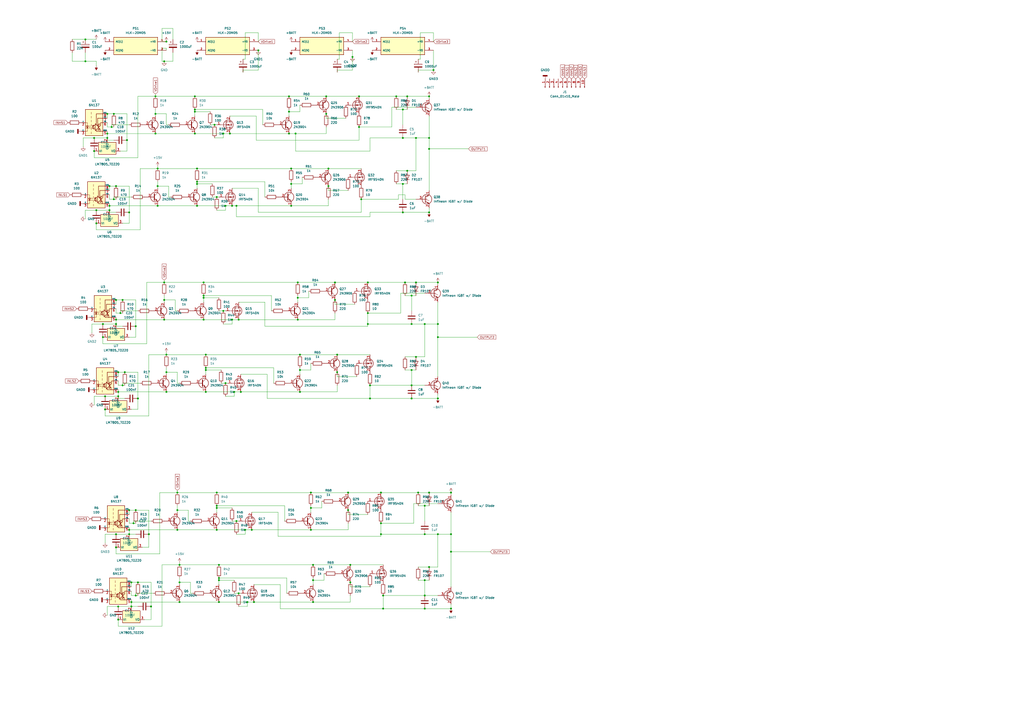
<source format=kicad_sch>
(kicad_sch (version 20211123) (generator eeschema)
  (paper "A2")
  (junction (at 222.25 353.06))
  (junction (at 246.38 187.96))
  (junction (at 130.81 222.25))
  (junction (at 62.23 77.47))
  (junction (at 104.14 337.82))
  (junction (at 104.14 349.25))
  (junction (at 241.3 207.01))
  (junction (at 238.76 171.45))
  (junction (at 194.31 173.99))
  (junction (at 113.03 55.88))
  (junction (at 190.5 107.95))
  (junction (at 68.58 351.79))
  (junction (at 102.87 307.34))
  (junction (at 139.7 227.33))
  (junction (at 91.44 107.95))
  (junction (at 220.98 285.75))
  (junction (at 119.38 214.63))
  (junction (at 68.58 229.87))
  (junction (at 125.73 307.34))
  (junction (at 68.58 227.33))
  (junction (at 208.28 73.66))
  (junction (at 180.34 285.75))
  (junction (at 63.5 107.95))
  (junction (at 90.17 77.47))
  (junction (at 80.01 337.82))
  (junction (at 138.43 185.42))
  (junction (at 167.64 64.77))
  (junction (at 213.36 187.96))
  (junction (at 180.34 294.64))
  (junction (at 77.47 303.53))
  (junction (at 114.3 106.68))
  (junction (at 125.73 285.75))
  (junction (at 102.87 295.91))
  (junction (at 254 187.96))
  (junction (at 172.72 163.83))
  (junction (at 49.53 22.86))
  (junction (at 203.2 337.82))
  (junction (at 78.74 345.44))
  (junction (at 127 349.25))
  (junction (at 248.92 123.19))
  (junction (at 189.23 66.04))
  (junction (at 95.25 173.99))
  (junction (at 62.23 80.01))
  (junction (at 238.76 187.96))
  (junction (at 248.92 86.36))
  (junction (at 168.91 97.79))
  (junction (at 66.04 115.57))
  (junction (at 67.31 185.42))
  (junction (at 127 335.28))
  (junction (at 119.38 205.74))
  (junction (at 125.73 294.64))
  (junction (at 71.12 173.99))
  (junction (at 171.45 77.47))
  (junction (at 113.03 64.77))
  (junction (at 189.23 55.88))
  (junction (at 220.98 309.88))
  (junction (at 173.99 205.74))
  (junction (at 119.38 227.33))
  (junction (at 181.61 327.66))
  (junction (at 127 327.66))
  (junction (at 62.23 66.04))
  (junction (at 236.22 55.88))
  (junction (at 229.87 55.88))
  (junction (at 102.87 285.75))
  (junction (at 149.86 29.21))
  (junction (at 125.73 293.37))
  (junction (at 95.25 185.42))
  (junction (at 78.74 189.23))
  (junction (at 74.93 295.91))
  (junction (at 233.68 123.19))
  (junction (at 134.62 119.38))
  (junction (at 96.52 215.9))
  (junction (at 146.05 307.34))
  (junction (at 91.44 119.38))
  (junction (at 63.5 121.92))
  (junction (at 90.17 55.88))
  (junction (at 55.88 129.54))
  (junction (at 78.74 295.91))
  (junction (at 80.01 231.14))
  (junction (at 181.61 336.55))
  (junction (at 254 309.88))
  (junction (at 246.38 309.88))
  (junction (at 246.38 345.44))
  (junction (at 208.28 55.88))
  (junction (at 60.96 237.49))
  (junction (at 124.46 72.39))
  (junction (at 248.92 285.75))
  (junction (at 261.62 309.88))
  (junction (at 172.72 172.72))
  (junction (at 118.11 172.72))
  (junction (at 233.68 63.5))
  (junction (at 168.91 106.68))
  (junction (at 114.3 105.41))
  (junction (at 95.25 163.83))
  (junction (at 201.93 295.91))
  (junction (at 190.5 97.79))
  (junction (at 129.54 180.34))
  (junction (at 133.35 77.47))
  (junction (at 118.11 163.83))
  (junction (at 114.3 97.79))
  (junction (at 201.93 285.75))
  (junction (at 67.31 187.96))
  (junction (at 91.44 97.79))
  (junction (at 172.72 185.42))
  (junction (at 76.2 349.25))
  (junction (at 261.62 353.06))
  (junction (at 194.31 163.83))
  (junction (at 238.76 223.52))
  (junction (at 67.31 173.99))
  (junction (at 254 231.14))
  (junction (at 135.89 227.33))
  (junction (at 142.24 307.34))
  (junction (at 129.54 77.47))
  (junction (at 195.58 215.9))
  (junction (at 67.31 107.95))
  (junction (at 214.63 223.52))
  (junction (at 113.03 77.47))
  (junction (at 71.12 223.52))
  (junction (at 147.32 349.25))
  (junction (at 137.16 302.26))
  (junction (at 130.81 119.38))
  (junction (at 254 163.83))
  (junction (at 173.99 214.63))
  (junction (at 74.93 309.88))
  (junction (at 76.2 337.82))
  (junction (at 54.61 80.01))
  (junction (at 261.62 285.75))
  (junction (at 72.39 215.9))
  (junction (at 125.73 114.3))
  (junction (at 238.76 231.14))
  (junction (at 96.52 227.33))
  (junction (at 67.31 309.88))
  (junction (at 238.76 214.63))
  (junction (at 248.92 55.88))
  (junction (at 214.63 231.14))
  (junction (at 118.11 171.45))
  (junction (at 173.99 227.33))
  (junction (at 209.55 115.57))
  (junction (at 49.53 35.56))
  (junction (at 113.03 63.5))
  (junction (at 143.51 349.25))
  (junction (at 213.36 163.83))
  (junction (at 246.38 353.06))
  (junction (at 96.52 24.13))
  (junction (at 104.14 327.66))
  (junction (at 74.93 307.34))
  (junction (at 54.61 87.63))
  (junction (at 246.38 293.37))
  (junction (at 261.62 320.04))
  (junction (at 167.64 77.47))
  (junction (at 96.52 205.74))
  (junction (at 63.5 119.38))
  (junction (at 233.68 106.68))
  (junction (at 241.3 80.01))
  (junction (at 67.31 317.5))
  (junction (at 134.62 185.42))
  (junction (at 220.98 303.53))
  (junction (at 114.3 119.38))
  (junction (at 138.43 344.17))
  (junction (at 127 336.55))
  (junction (at 74.93 123.19))
  (junction (at 73.66 81.28))
  (junction (at 168.91 119.38))
  (junction (at 87.63 351.79))
  (junction (at 233.68 80.01))
  (junction (at 59.69 195.58))
  (junction (at 90.17 66.04))
  (junction (at 241.3 163.83))
  (junction (at 69.85 181.61))
  (junction (at 242.57 285.75))
  (junction (at 86.36 309.88))
  (junction (at 68.58 215.9))
  (junction (at 95.25 35.56))
  (junction (at 66.04 66.04))
  (junction (at 213.36 181.61))
  (junction (at 76.2 351.79))
  (junction (at 118.11 185.42))
  (junction (at 254 195.58))
  (junction (at 60.96 229.87))
  (junction (at 236.22 99.06))
  (junction (at 248.92 328.93))
  (junction (at 64.77 73.66))
  (junction (at 119.38 213.36))
  (junction (at 137.16 119.38))
  (junction (at 195.58 205.74))
  (junction (at 181.61 349.25))
  (junction (at 55.88 121.92))
  (junction (at 203.2 327.66))
  (junction (at 204.47 33.02))
  (junction (at 248.92 80.01))
  (junction (at 246.38 336.55))
  (junction (at 59.69 187.96))
  (junction (at 234.95 163.83))
  (junction (at 68.58 359.41))
  (junction (at 222.25 345.44))
  (junction (at 251.46 40.64))
  (junction (at 167.64 55.88))
  (junction (at 180.34 307.34))
  (wire (pts (xy 127 349.25) (xy 143.51 349.25)))
  (wire (pts (xy 74.93 303.53) (xy 77.47 303.53)))
  (wire (pts (xy 162.56 339.09) (xy 162.56 353.06)))
  (wire (pts (xy 189.23 68.58) (xy 189.23 66.04)))
  (wire (pts (xy 242.57 285.75) (xy 248.92 285.75)))
  (wire (pts (xy 165.1 302.26) (xy 165.1 293.37)))
  (wire (pts (xy 59.69 199.39) (xy 85.09 199.39)))
  (wire (pts (xy 248.92 285.75) (xy 261.62 285.75)))
  (wire (pts (xy 96.52 213.36) (xy 96.52 215.9)))
  (wire (pts (xy 67.31 179.07) (xy 67.31 181.61)))
  (wire (pts (xy 251.46 19.05) (xy 251.46 24.13)))
  (wire (pts (xy 129.54 180.34) (xy 130.81 180.34)))
  (wire (pts (xy 241.3 207.01) (xy 246.38 207.01)))
  (wire (pts (xy 74.93 295.91) (xy 74.93 298.45)))
  (wire (pts (xy 172.72 172.72) (xy 179.07 172.72)))
  (wire (pts (xy 248.92 57.15) (xy 248.92 55.88)))
  (wire (pts (xy 90.17 63.5) (xy 90.17 66.04)))
  (wire (pts (xy 180.34 294.64) (xy 186.69 294.64)))
  (wire (pts (xy 196.85 19.05) (xy 204.47 19.05)))
  (wire (pts (xy 173.99 60.96) (xy 173.99 64.77)))
  (wire (pts (xy 233.68 63.5) (xy 233.68 72.39)))
  (wire (pts (xy 214.63 80.01) (xy 214.63 87.63)))
  (wire (pts (xy 72.39 231.14) (xy 68.58 231.14)))
  (wire (pts (xy 92.71 321.31) (xy 92.71 285.75)))
  (wire (pts (xy 127 336.55) (xy 127 339.09)))
  (wire (pts (xy 233.68 106.68) (xy 233.68 115.57)))
  (wire (pts (xy 114.3 106.68) (xy 114.3 109.22)))
  (wire (pts (xy 261.62 309.88) (xy 261.62 320.04)))
  (wire (pts (xy 137.16 302.26) (xy 138.43 302.26)))
  (wire (pts (xy 95.25 173.99) (xy 95.25 175.26)))
  (wire (pts (xy 74.93 195.58) (xy 78.74 195.58)))
  (wire (pts (xy 242.57 41.91) (xy 242.57 40.64)))
  (wire (pts (xy 62.23 71.12) (xy 62.23 73.66)))
  (wire (pts (xy 200.66 68.58) (xy 189.23 68.58)))
  (wire (pts (xy 241.3 80.01) (xy 241.3 99.06)))
  (wire (pts (xy 63.5 115.57) (xy 66.04 115.57)))
  (wire (pts (xy 134.62 187.96) (xy 134.62 185.42)))
  (wire (pts (xy 88.9 344.17) (xy 78.74 344.17)))
  (wire (pts (xy 214.63 87.63) (xy 171.45 87.63)))
  (wire (pts (xy 133.35 67.31) (xy 148.59 67.31)))
  (wire (pts (xy 78.74 295.91) (xy 86.36 295.91)))
  (wire (pts (xy 153.67 114.3) (xy 153.67 105.41)))
  (wire (pts (xy 130.81 229.87) (xy 135.89 229.87)))
  (wire (pts (xy 95.25 185.42) (xy 67.31 185.42)))
  (wire (pts (xy 100.33 30.48) (xy 100.33 35.56)))
  (wire (pts (xy 242.57 328.93) (xy 248.92 328.93)))
  (wire (pts (xy 190.5 97.79) (xy 209.55 97.79)))
  (wire (pts (xy 246.38 345.44) (xy 222.25 345.44)))
  (wire (pts (xy 143.51 349.25) (xy 147.32 349.25)))
  (wire (pts (xy 134.62 185.42) (xy 138.43 185.42)))
  (wire (pts (xy 100.33 16.51) (xy 93.98 16.51)))
  (wire (pts (xy 158.75 222.25) (xy 158.75 213.36)))
  (wire (pts (xy 173.99 205.74) (xy 195.58 205.74)))
  (wire (pts (xy 118.11 171.45) (xy 118.11 172.72)))
  (wire (pts (xy 166.37 344.17) (xy 166.37 335.28)))
  (wire (pts (xy 254 309.88) (xy 254 328.93)))
  (wire (pts (xy 238.76 187.96) (xy 246.38 187.96)))
  (wire (pts (xy 96.52 72.39) (xy 96.52 66.04)))
  (wire (pts (xy 204.47 33.02) (xy 204.47 29.21)))
  (wire (pts (xy 165.1 293.37) (xy 125.73 293.37)))
  (wire (pts (xy 78.74 344.17) (xy 78.74 345.44)))
  (wire (pts (xy 254 292.1) (xy 240.03 292.1)))
  (wire (pts (xy 87.63 351.79) (xy 87.63 359.41)))
  (wire (pts (xy 118.11 172.72) (xy 127 172.72)))
  (wire (pts (xy 74.93 123.19) (xy 74.93 129.54)))
  (wire (pts (xy 186.69 290.83) (xy 186.69 294.64)))
  (wire (pts (xy 41.91 35.56) (xy 49.53 35.56)))
  (wire (pts (xy 68.58 215.9) (xy 68.58 218.44)))
  (wire (pts (xy 100.33 35.56) (xy 95.25 35.56)))
  (wire (pts (xy 203.2 345.44) (xy 203.2 349.25)))
  (wire (pts (xy 96.52 227.33) (xy 68.58 227.33)))
  (wire (pts (xy 113.03 63.5) (xy 113.03 64.77)))
  (wire (pts (xy 104.14 349.25) (xy 76.2 349.25)))
  (wire (pts (xy 81.28 222.25) (xy 71.12 222.25)))
  (wire (pts (xy 242.57 34.29) (xy 243.84 34.29)))
  (wire (pts (xy 233.68 63.5) (xy 236.22 63.5)))
  (wire (pts (xy 246.38 223.52) (xy 238.76 223.52)))
  (wire (pts (xy 248.92 86.36) (xy 248.92 110.49)))
  (wire (pts (xy 67.31 173.99) (xy 67.31 176.53)))
  (wire (pts (xy 100.33 22.86) (xy 100.33 16.51)))
  (wire (pts (xy 95.25 35.56) (xy 93.98 35.56)))
  (wire (pts (xy 238.76 231.14) (xy 254 231.14)))
  (wire (pts (xy 78.74 309.88) (xy 74.93 309.88)))
  (wire (pts (xy 66.04 81.28) (xy 62.23 81.28)))
  (wire (pts (xy 114.3 119.38) (xy 91.44 119.38)))
  (wire (pts (xy 97.79 114.3) (xy 97.79 107.95)))
  (wire (pts (xy 55.88 121.92) (xy 63.5 121.92)))
  (wire (pts (xy 189.23 77.47) (xy 171.45 77.47)))
  (wire (pts (xy 76.2 337.82) (xy 80.01 337.82)))
  (wire (pts (xy 63.5 119.38) (xy 63.5 121.92)))
  (wire (pts (xy 149.86 40.64) (xy 149.86 29.21)))
  (wire (pts (xy 261.62 320.04) (xy 261.62 340.36)))
  (wire (pts (xy 67.31 187.96) (xy 67.31 189.23)))
  (wire (pts (xy 102.87 215.9) (xy 96.52 215.9)))
  (wire (pts (xy 208.28 55.88) (xy 229.87 55.88)))
  (wire (pts (xy 246.38 170.18) (xy 232.41 170.18)))
  (wire (pts (xy 74.93 72.39) (xy 64.77 72.39)))
  (wire (pts (xy 204.47 40.64) (xy 204.47 33.02)))
  (wire (pts (xy 60.96 314.96) (xy 60.96 309.88)))
  (wire (pts (xy 41.91 22.86) (xy 49.53 22.86)))
  (wire (pts (xy 102.87 285.75) (xy 125.73 285.75)))
  (wire (pts (xy 139.7 217.17) (xy 154.94 217.17)))
  (wire (pts (xy 119.38 213.36) (xy 119.38 214.63)))
  (wire (pts (xy 81.28 133.35) (xy 81.28 97.79)))
  (wire (pts (xy 119.38 227.33) (xy 135.89 227.33)))
  (wire (pts (xy 195.58 205.74) (xy 214.63 205.74)))
  (wire (pts (xy 229.87 63.5) (xy 233.68 63.5)))
  (wire (pts (xy 102.87 293.37) (xy 102.87 295.91)))
  (wire (pts (xy 113.03 55.88) (xy 167.64 55.88)))
  (wire (pts (xy 67.31 184.15) (xy 67.31 185.42)))
  (wire (pts (xy 195.58 223.52) (xy 195.58 227.33)))
  (wire (pts (xy 91.44 119.38) (xy 63.5 119.38)))
  (wire (pts (xy 121.92 72.39) (xy 124.46 72.39)))
  (wire (pts (xy 80.01 351.79) (xy 76.2 351.79)))
  (wire (pts (xy 125.73 121.92) (xy 130.81 121.92)))
  (wire (pts (xy 74.93 300.99) (xy 74.93 303.53)))
  (wire (pts (xy 242.57 336.55) (xy 246.38 336.55)))
  (wire (pts (xy 54.61 80.01) (xy 62.23 80.01)))
  (wire (pts (xy 157.48 180.34) (xy 157.48 171.45)))
  (wire (pts (xy 181.61 336.55) (xy 187.96 336.55)))
  (wire (pts (xy 55.88 129.54) (xy 55.88 133.35)))
  (wire (pts (xy 80.01 55.88) (xy 90.17 55.88)))
  (wire (pts (xy 234.95 214.63) (xy 238.76 214.63)))
  (wire (pts (xy 90.17 66.04) (xy 90.17 67.31)))
  (wire (pts (xy 114.3 106.68) (xy 123.19 106.68)))
  (wire (pts (xy 142.24 19.05) (xy 149.86 19.05)))
  (wire (pts (xy 243.84 34.29) (xy 243.84 19.05)))
  (wire (pts (xy 248.92 120.65) (xy 248.92 123.19)))
  (wire (pts (xy 254 345.44) (xy 246.38 345.44)))
  (wire (pts (xy 68.58 215.9) (xy 72.39 215.9)))
  (wire (pts (xy 77.47 303.53) (xy 78.74 303.53)))
  (wire (pts (xy 74.93 295.91) (xy 78.74 295.91)))
  (wire (pts (xy 214.63 125.73) (xy 137.16 125.73)))
  (wire (pts (xy 238.76 214.63) (xy 241.3 214.63)))
  (wire (pts (xy 62.23 66.04) (xy 62.23 68.58)))
  (wire (pts (xy 243.84 19.05) (xy 251.46 19.05)))
  (wire (pts (xy 153.67 105.41) (xy 114.3 105.41)))
  (wire (pts (xy 246.38 187.96) (xy 254 187.96)))
  (wire (pts (xy 222.25 353.06) (xy 246.38 353.06)))
  (wire (pts (xy 203.2 340.36) (xy 203.2 337.82)))
  (wire (pts (xy 85.09 163.83) (xy 95.25 163.83)))
  (wire (pts (xy 158.75 213.36) (xy 119.38 213.36)))
  (wire (pts (xy 49.53 121.92) (xy 55.88 121.92)))
  (wire (pts (xy 201.93 307.34) (xy 180.34 307.34)))
  (wire (pts (xy 78.74 173.99) (xy 78.74 189.23)))
  (wire (pts (xy 71.12 173.99) (xy 78.74 173.99)))
  (wire (pts (xy 68.58 363.22) (xy 93.98 363.22)))
  (wire (pts (xy 91.44 96.52) (xy 91.44 97.79)))
  (wire (pts (xy 161.29 297.18) (xy 161.29 311.15)))
  (wire (pts (xy 104.14 335.28) (xy 104.14 337.82)))
  (wire (pts (xy 220.98 311.15) (xy 220.98 309.88)))
  (wire (pts (xy 233.68 80.01) (xy 214.63 80.01)))
  (wire (pts (xy 134.62 302.26) (xy 137.16 302.26)))
  (wire (pts (xy 233.68 123.19) (xy 214.63 123.19)))
  (wire (pts (xy 166.37 335.28) (xy 127 335.28)))
  (wire (pts (xy 113.03 77.47) (xy 90.17 77.47)))
  (wire (pts (xy 68.58 229.87) (xy 68.58 231.14)))
  (wire (pts (xy 127 349.25) (xy 104.14 349.25)))
  (wire (pts (xy 201.93 298.45) (xy 201.93 295.91)))
  (wire (pts (xy 104.14 326.39) (xy 104.14 327.66)))
  (wire (pts (xy 233.68 123.19) (xy 248.92 123.19)))
  (wire (pts (xy 76.2 342.9) (xy 76.2 345.44)))
  (wire (pts (xy 251.46 40.64) (xy 251.46 29.21)))
  (wire (pts (xy 137.16 119.38) (xy 168.91 119.38)))
  (wire (pts (xy 96.52 72.39) (xy 97.79 72.39)))
  (wire (pts (xy 209.55 115.57) (xy 209.55 123.19)))
  (wire (pts (xy 110.49 337.82) (xy 104.14 337.82)))
  (wire (pts (xy 104.14 327.66) (xy 127 327.66)))
  (wire (pts (xy 242.57 40.64) (xy 251.46 40.64)))
  (wire (pts (xy 229.87 106.68) (xy 233.68 106.68)))
  (wire (pts (xy 171.45 77.47) (xy 167.64 77.47)))
  (wire (pts (xy 67.31 181.61) (xy 69.85 181.61)))
  (wire (pts (xy 146.05 307.34) (xy 180.34 307.34)))
  (wire (pts (xy 110.49 344.17) (xy 110.49 337.82)))
  (wire (pts (xy 194.31 181.61) (xy 194.31 185.42)))
  (wire (pts (xy 68.58 226.06) (xy 68.58 227.33)))
  (wire (pts (xy 234.95 115.57) (xy 241.3 115.57)))
  (wire (pts (xy 118.11 185.42) (xy 95.25 185.42)))
  (wire (pts (xy 74.93 107.95) (xy 74.93 123.19)))
  (wire (pts (xy 96.52 204.47) (xy 96.52 205.74)))
  (wire (pts (xy 189.23 73.66) (xy 189.23 77.47)))
  (wire (pts (xy 238.76 171.45) (xy 241.3 171.45)))
  (wire (pts (xy 139.7 227.33) (xy 173.99 227.33)))
  (wire (pts (xy 109.22 302.26) (xy 109.22 295.91)))
  (wire (pts (xy 134.62 119.38) (xy 137.16 119.38)))
  (wire (pts (xy 123.19 114.3) (xy 125.73 114.3)))
  (wire (pts (xy 114.3 105.41) (xy 114.3 106.68)))
  (wire (pts (xy 246.38 309.88) (xy 254 309.88)))
  (wire (pts (xy 125.73 294.64) (xy 134.62 294.64)))
  (wire (pts (xy 93.98 27.94) (xy 96.52 27.94)))
  (wire (pts (xy 214.63 340.36) (xy 203.2 340.36)))
  (wire (pts (xy 63.5 107.95) (xy 67.31 107.95)))
  (wire (pts (xy 69.85 87.63) (xy 73.66 87.63)))
  (wire (pts (xy 109.22 302.26) (xy 110.49 302.26)))
  (wire (pts (xy 233.68 80.01) (xy 241.3 80.01)))
  (wire (pts (xy 124.46 72.39) (xy 125.73 72.39)))
  (wire (pts (xy 93.98 16.51) (xy 93.98 24.13)))
  (wire (pts (xy 110.49 344.17) (xy 111.76 344.17)))
  (wire (pts (xy 48.26 85.09) (xy 48.26 80.01)))
  (wire (pts (xy 96.52 205.74) (xy 119.38 205.74)))
  (wire (pts (xy 180.34 294.64) (xy 180.34 297.18)))
  (wire (pts (xy 222.25 345.44) (xy 222.25 353.06)))
  (wire (pts (xy 73.66 66.04) (xy 73.66 81.28)))
  (wire (pts (xy 161.29 311.15) (xy 220.98 311.15)))
  (wire (pts (xy 62.23 77.47) (xy 62.23 80.01)))
  (wire (pts (xy 63.5 121.92) (xy 63.5 123.19)))
  (wire (pts (xy 96.52 66.04) (xy 90.17 66.04)))
  (wire (pts (xy 95.25 162.56) (xy 95.25 163.83)))
  (wire (pts (xy 102.87 222.25) (xy 102.87 215.9)))
  (wire (pts (xy 149.86 109.22) (xy 149.86 123.19)))
  (wire (pts (xy 59.69 187.96) (xy 67.31 187.96)))
  (wire (pts (xy 254 175.26) (xy 254 187.96)))
  (wire (pts (xy 213.36 298.45) (xy 201.93 298.45)))
  (wire (pts (xy 101.6 180.34) (xy 102.87 180.34)))
  (wire (pts (xy 148.59 81.28) (xy 208.28 81.28)))
  (wire (pts (xy 114.3 97.79) (xy 168.91 97.79)))
  (wire (pts (xy 214.63 123.19) (xy 214.63 125.73)))
  (wire (pts (xy 190.5 110.49) (xy 190.5 107.95)))
  (wire (pts (xy 76.2 345.44) (xy 78.74 345.44)))
  (wire (pts (xy 213.36 163.83) (xy 234.95 163.83)))
  (wire (pts (xy 93.98 24.13) (xy 96.52 24.13)))
  (wire (pts (xy 189.23 55.88) (xy 208.28 55.88)))
  (wire (pts (xy 125.73 294.64) (xy 125.73 297.18)))
  (wire (pts (xy 124.46 80.01) (xy 129.54 80.01)))
  (wire (pts (xy 227.33 73.66) (xy 208.28 73.66)))
  (wire (pts (xy 71.12 189.23) (xy 67.31 189.23)))
  (wire (pts (xy 95.25 163.83) (xy 118.11 163.83)))
  (wire (pts (xy 194.31 163.83) (xy 213.36 163.83)))
  (wire (pts (xy 180.34 285.75) (xy 201.93 285.75)))
  (wire (pts (xy 154.94 217.17) (xy 154.94 231.14)))
  (wire (pts (xy 54.61 229.87) (xy 60.96 229.87)))
  (wire (pts (xy 130.81 222.25) (xy 132.08 222.25)))
  (wire (pts (xy 53.34 187.96) (xy 59.69 187.96)))
  (wire (pts (xy 54.61 234.95) (xy 54.61 229.87)))
  (wire (pts (xy 246.38 336.55) (xy 246.38 345.44)))
  (wire (pts (xy 49.53 127) (xy 49.53 121.92)))
  (wire (pts (xy 82.55 317.5) (xy 86.36 317.5)))
  (wire (pts (xy 140.97 41.91) (xy 140.97 40.64)))
  (wire (pts (xy 232.41 181.61) (xy 213.36 181.61)))
  (wire (pts (xy 167.64 64.77) (xy 173.99 64.77)))
  (wire (pts (xy 64.77 72.39) (xy 64.77 73.66)))
  (wire (pts (xy 201.93 110.49) (xy 190.5 110.49)))
  (wire (pts (xy 153.67 189.23) (xy 213.36 189.23)))
  (wire (pts (xy 138.43 344.17) (xy 139.7 344.17)))
  (wire (pts (xy 113.03 64.77) (xy 113.03 67.31)))
  (wire (pts (xy 146.05 297.18) (xy 161.29 297.18)))
  (wire (pts (xy 66.04 114.3) (xy 66.04 115.57)))
  (wire (pts (xy 127 336.55) (xy 135.89 336.55)))
  (wire (pts (xy 78.74 345.44) (xy 80.01 345.44)))
  (wire (pts (xy 214.63 223.52) (xy 214.63 231.14)))
  (wire (pts (xy 91.44 105.41) (xy 91.44 107.95)))
  (wire (pts (xy 134.62 109.22) (xy 149.86 109.22)))
  (wire (pts (xy 67.31 173.99) (xy 71.12 173.99)))
  (wire (pts (xy 148.59 67.31) (xy 148.59 81.28)))
  (wire (pts (xy 130.81 119.38) (xy 134.62 119.38)))
  (wire (pts (xy 60.96 241.3) (xy 86.36 241.3)))
  (wire (pts (xy 203.2 327.66) (xy 222.25 327.66)))
  (wire (pts (xy 234.95 207.01) (xy 241.3 207.01)))
  (wire (pts (xy 135.89 344.17) (xy 138.43 344.17)))
  (wire (pts (xy 261.62 350.52) (xy 261.62 353.06)))
  (wire (pts (xy 85.09 199.39) (xy 85.09 163.83)))
  (wire (pts (xy 220.98 309.88) (xy 246.38 309.88)))
  (wire (pts (xy 236.22 99.06) (xy 241.3 99.06)))
  (wire (pts (xy 213.36 189.23) (xy 213.36 187.96)))
  (wire (pts (xy 172.72 163.83) (xy 194.31 163.83)))
  (wire (pts (xy 76.2 349.25) (xy 76.2 351.79)))
  (wire (pts (xy 241.3 62.23) (xy 227.33 62.23)))
  (wire (pts (xy 233.68 106.68) (xy 236.22 106.68)))
  (wire (pts (xy 73.66 81.28) (xy 73.66 87.63)))
  (wire (pts (xy 248.92 80.01) (xy 248.92 86.36)))
  (wire (pts (xy 66.04 115.57) (xy 67.31 115.57)))
  (wire (pts (xy 201.93 285.75) (xy 220.98 285.75)))
  (wire (pts (xy 95.25 171.45) (xy 95.25 173.99)))
  (wire (pts (xy 125.73 114.3) (xy 127 114.3)))
  (wire (pts (xy 90.17 77.47) (xy 62.23 77.47)))
  (wire (pts (xy 241.3 80.01) (xy 248.92 80.01)))
  (wire (pts (xy 102.87 307.34) (xy 74.93 307.34)))
  (wire (pts (xy 80.01 337.82) (xy 87.63 337.82)))
  (wire (pts (xy 236.22 55.88) (xy 248.92 55.88)))
  (wire (pts (xy 181.61 336.55) (xy 181.61 339.09)))
  (wire (pts (xy 254 187.96) (xy 254 195.58)))
  (wire (pts (xy 180.34 210.82) (xy 180.34 214.63)))
  (wire (pts (xy 284.48 320.04) (xy 261.62 320.04)))
  (wire (pts (xy 168.91 106.68) (xy 175.26 106.68)))
  (wire (pts (xy 67.31 309.88) (xy 74.93 309.88)))
  (wire (pts (xy 254 228.6) (xy 254 231.14)))
  (wire (pts (xy 93.98 327.66) (xy 104.14 327.66)))
  (wire (pts (xy 62.23 76.2) (xy 62.23 77.47)))
  (wire (pts (xy 168.91 97.79) (xy 190.5 97.79)))
  (wire (pts (xy 68.58 351.79) (xy 76.2 351.79)))
  (wire (pts (xy 114.3 119.38) (xy 130.81 119.38)))
  (wire (pts (xy 231.14 113.03) (xy 234.95 113.03)))
  (wire (pts (xy 232.41 170.18) (xy 232.41 181.61)))
  (wire (pts (xy 125.73 307.34) (xy 142.24 307.34)))
  (wire (pts (xy 175.26 102.87) (xy 175.26 106.68)))
  (wire (pts (xy 101.6 180.34) (xy 101.6 173.99)))
  (wire (pts (xy 173.99 214.63) (xy 173.99 217.17)))
  (wire (pts (xy 261.62 287.02) (xy 261.62 285.75)))
  (wire (pts (xy 138.43 185.42) (xy 172.72 185.42)))
  (wire (pts (xy 157.48 171.45) (xy 118.11 171.45)))
  (wire (pts (xy 195.58 34.29) (xy 196.85 34.29)))
  (wire (pts (xy 140.97 40.64) (xy 149.86 40.64)))
  (wire (pts (xy 80.01 231.14) (xy 80.01 237.49)))
  (wire (pts (xy 66.04 66.04) (xy 73.66 66.04)))
  (wire (pts (xy 102.87 222.25) (xy 104.14 222.25)))
  (wire (pts (xy 181.61 327.66) (xy 203.2 327.66)))
  (wire (pts (xy 234.95 163.83) (xy 241.3 163.83)))
  (wire (pts (xy 238.76 171.45) (xy 238.76 180.34)))
  (wire (pts (xy 142.24 309.88) (xy 142.24 307.34)))
  (wire (pts (xy 63.5 113.03) (xy 63.5 115.57)))
  (wire (pts (xy 119.38 214.63) (xy 119.38 217.17)))
  (wire (pts (xy 261.62 297.18) (xy 261.62 309.88)))
  (wire (pts (xy 152.4 72.39) (xy 152.4 63.5)))
  (wire (pts (xy 152.4 63.5) (xy 113.03 63.5)))
  (wire (pts (xy 147.32 339.09) (xy 162.56 339.09)))
  (wire (pts (xy 133.35 77.47) (xy 167.64 77.47)))
  (wire (pts (xy 248.92 328.93) (xy 254 328.93)))
  (wire (pts (xy 208.28 73.66) (xy 208.28 81.28)))
  (wire (pts (xy 83.82 359.41) (xy 87.63 359.41)))
  (wire (pts (xy 254 195.58) (xy 254 218.44)))
  (wire (pts (xy 91.44 107.95) (xy 91.44 109.22)))
  (wire (pts (xy 194.31 185.42) (xy 172.72 185.42)))
  (wire (pts (xy 102.87 284.48) (xy 102.87 285.75)))
  (wire (pts (xy 138.43 351.79) (xy 143.51 351.79)))
  (wire (pts (xy 214.63 231.14) (xy 238.76 231.14)))
  (wire (pts (xy 173.99 213.36) (xy 173.99 214.63)))
  (wire (pts (xy 180.34 293.37) (xy 180.34 294.64)))
  (wire (pts (xy 67.31 321.31) (xy 92.71 321.31)))
  (wire (pts (xy 93.98 363.22) (xy 93.98 327.66)))
  (wire (pts (xy 77.47 302.26) (xy 77.47 303.53)))
  (wire (pts (xy 181.61 335.28) (xy 181.61 336.55)))
  (wire (pts (xy 87.63 302.26) (xy 77.47 302.26)))
  (wire (pts (xy 76.2 337.82) (xy 76.2 340.36)))
  (wire (pts (xy 63.5 107.95) (xy 63.5 110.49)))
  (wire (pts (xy 62.23 73.66) (xy 64.77 73.66)))
  (wire (pts (xy 135.89 229.87) (xy 135.89 227.33)))
  (wire (pts (xy 129.54 77.47) (xy 133.35 77.47)))
  (wire (pts (xy 149.86 123.19) (xy 209.55 123.19)))
  (wire (pts (xy 93.98 27.94) (xy 93.98 35.56)))
  (wire (pts (xy 142.24 307.34) (xy 146.05 307.34)))
  (wire (pts (xy 55.88 133.35) (xy 81.28 133.35)))
  (wire (pts (xy 55.88 38.1) (xy 55.88 35.56)))
  (wire (pts (xy 167.64 63.5) (xy 167.64 64.77)))
  (wire (pts (xy 80.01 215.9) (xy 80.01 231.14)))
  (wire (pts (xy 173.99 214.63) (xy 180.34 214.63)))
  (wire (pts (xy 138.43 175.26) (xy 153.67 175.26)))
  (wire (pts (xy 242.57 293.37) (xy 246.38 293.37)))
  (wire (pts (xy 54.61 91.44) (xy 80.01 91.44)))
  (wire (pts (xy 168.91 105.41) (xy 168.91 106.68)))
  (wire (pts (xy 248.92 67.31) (xy 248.92 80.01)))
  (wire (pts (xy 207.01 218.44) (xy 195.58 218.44)))
  (wire (pts (xy 137.16 309.88) (xy 142.24 309.88)))
  (wire (pts (xy 246.38 293.37) (xy 246.38 302.26)))
  (wire (pts (xy 86.36 241.3) (xy 86.36 205.74)))
  (wire (pts (xy 127 327.66) (xy 181.61 327.66)))
  (wire (pts (xy 67.31 317.5) (xy 67.31 321.31)))
  (wire (pts (xy 53.34 193.04) (xy 53.34 187.96)))
  (wire (pts (xy 195.58 40.64) (xy 204.47 40.64)))
  (wire (pts (xy 234.95 171.45) (xy 238.76 171.45)))
  (wire (pts (xy 71.12 223.52) (xy 72.39 223.52)))
  (wire (pts (xy 49.53 30.48) (xy 49.53 35.56)))
  (wire (pts (xy 171.45 87.63) (xy 171.45 77.47)))
  (wire (pts (xy 92.71 285.75) (xy 102.87 285.75)))
  (wire (pts (xy 130.81 121.92) (xy 130.81 119.38)))
  (wire (pts (xy 190.5 115.57) (xy 190.5 119.38)))
  (wire (pts (xy 229.87 99.06) (xy 236.22 99.06)))
  (wire (pts (xy 71.12 129.54) (xy 74.93 129.54)))
  (wire (pts (xy 204.47 19.05) (xy 204.47 24.13)))
  (wire (pts (xy 276.86 195.58) (xy 254 195.58)))
  (wire (pts (xy 109.22 295.91) (xy 102.87 295.91)))
  (wire (pts (xy 246.38 353.06) (xy 261.62 353.06)))
  (wire (pts (xy 87.63 337.82) (xy 87.63 351.79)))
  (wire (pts (xy 76.2 114.3) (xy 66.04 114.3)))
  (wire (pts (xy 220.98 285.75) (xy 242.57 285.75)))
  (wire (pts (xy 60.96 229.87) (xy 68.58 229.87)))
  (wire (pts (xy 64.77 73.66) (xy 66.04 73.66)))
  (wire (pts (xy 119.38 227.33) (xy 96.52 227.33)))
  (wire (pts (xy 240.03 303.53) (xy 220.98 303.53)))
  (wire (pts (xy 172.72 172.72) (xy 172.72 175.26)))
  (wire (pts (xy 125.73 285.75) (xy 180.34 285.75)))
  (wire (pts (xy 246.38 187.96) (xy 246.38 207.01)))
  (wire (pts (xy 125.73 293.37) (xy 125.73 294.64)))
  (wire (pts (xy 104.14 337.82) (xy 104.14 339.09)))
  (wire (pts (xy 72.39 215.9) (xy 80.01 215.9)))
  (wire (pts (xy 68.58 359.41) (xy 68.58 363.22)))
  (wire (pts (xy 190.5 119.38) (xy 168.91 119.38)))
  (wire (pts (xy 80.01 91.44) (xy 80.01 55.88)))
  (wire (pts (xy 229.87 55.88) (xy 236.22 55.88)))
  (wire (pts (xy 213.36 187.96) (xy 238.76 187.96)))
  (wire (pts (xy 271.78 86.36) (xy 248.92 86.36)))
  (wire (pts (xy 74.93 306.07) (xy 74.93 307.34)))
  (wire (pts (xy 113.03 64.77) (xy 121.92 64.77)))
  (wire (pts (xy 195.58 41.91) (xy 195.58 40.64)))
  (wire (pts (xy 91.44 97.79) (xy 114.3 97.79)))
  (wire (pts (xy 254 309.88) (xy 261.62 309.88)))
  (wire (pts (xy 86.36 309.88) (xy 86.36 317.5)))
  (wire (pts (xy 238.76 223.52) (xy 214.63 223.52)))
  (wire (pts (xy 119.38 205.74) (xy 173.99 205.74)))
  (wire (pts (xy 60.96 309.88) (xy 67.31 309.88)))
  (wire (pts (xy 90.17 54.61) (xy 90.17 55.88)))
  (wire (pts (xy 62.23 81.28) (xy 62.23 80.01)))
  (wire (pts (xy 162.56 353.06) (xy 222.25 353.06)))
  (wire (pts (xy 187.96 332.74) (xy 187.96 336.55)))
  (wire (pts (xy 78.74 189.23) (xy 78.74 195.58)))
  (wire (pts (xy 167.64 64.77) (xy 167.64 67.31)))
  (wire (pts (xy 129.54 187.96) (xy 134.62 187.96)))
  (wire (pts (xy 246.38 336.55) (xy 248.92 336.55)))
  (wire (pts (xy 125.73 307.34) (xy 102.87 307.34)))
  (wire (pts (xy 49.53 35.56) (xy 55.88 35.56)))
  (wire (pts (xy 118.11 185.42) (xy 134.62 185.42)))
  (wire (pts (xy 241.3 163.83) (xy 254 163.83)))
  (wire (pts (xy 67.31 107.95) (xy 74.93 107.95)))
  (wire (pts (xy 128.27 222.25) (xy 130.81 222.25)))
  (wire (pts (xy 86.36 295.91) (xy 86.36 309.88)))
  (wire (pts (xy 76.2 347.98) (xy 76.2 349.25)))
  (wire (pts (xy 196.85 34.29) (xy 196.85 19.05)))
  (wire (pts (xy 246.38 293.37) (xy 248.92 293.37)))
  (wire (pts (xy 140.97 34.29) (xy 142.24 34.29)))
  (wire (pts (xy 179.07 168.91) (xy 179.07 172.72)))
  (wire (pts (xy 80.01 180.34) (xy 69.85 180.34)))
  (wire (pts (xy 102.87 295.91) (xy 102.87 297.18)))
  (wire (pts (xy 135.89 227.33) (xy 139.7 227.33)))
  (wire (pts (xy 67.31 185.42) (xy 67.31 187.96)))
  (wire (pts (xy 62.23 66.04) (xy 66.04 66.04)))
  (wire (pts (xy 41.91 30.48) (xy 41.91 35.56)))
  (wire (pts (xy 68.58 227.33) (xy 68.58 229.87)))
  (wire (pts (xy 213.36 187.96) (xy 213.36 181.61)))
  (wire (pts (xy 209.55 115.57) (xy 231.14 115.57)))
  (wire (pts (xy 68.58 223.52) (xy 71.12 223.52)))
  (wire (pts (xy 86.36 205.74) (xy 96.52 205.74)))
  (wire (pts (xy 172.72 171.45) (xy 172.72 172.72)))
  (wire (pts (xy 49.53 22.86) (xy 55.88 22.86)))
  (wire (pts (xy 153.67 175.26) (xy 153.67 189.23)))
  (wire (pts (xy 48.26 80.01) (xy 54.61 80.01)))
  (wire (pts (xy 54.61 87.63) (xy 54.61 91.44)))
  (wire (pts (xy 71.12 222.25) (xy 71.12 223.52)))
  (wire (pts (xy 69.85 181.61) (xy 71.12 181.61)))
  (wire (pts (xy 167.64 55.88) (xy 189.23 55.88)))
  (wire (pts (xy 101.6 173.99) (xy 95.25 173.99)))
  (wire (pts (xy 201.93 303.53) (xy 201.93 307.34)))
  (wire (pts (xy 195.58 227.33) (xy 173.99 227.33)))
  (wire (pts (xy 97.79 114.3) (xy 99.06 114.3)))
  (wire (pts (xy 76.2 237.49) (xy 80.01 237.49)))
  (wire (pts (xy 97.79 107.95) (xy 91.44 107.95)))
  (wire (pts (xy 69.85 180.34) (xy 69.85 181.61)))
  (wire (pts (xy 74.93 307.34) (xy 74.93 309.88)))
  (wire (pts (xy 96.52 27.94) (xy 96.52 29.21)))
  (wire (pts (xy 60.96 237.49) (xy 60.96 241.3)))
  (wire (pts (xy 113.03 77.47) (xy 129.54 77.47)))
  (wire (pts (xy 129.54 80.01) (xy 129.54 77.47)))
  (wire (pts (xy 142.24 34.29) (xy 142.24 19.05)))
  (wire (pts (xy 62.23 351.79) (xy 68.58 351.79)))
  (wire (pts (xy 220.98 309.88) (xy 220.98 303.53)))
  (wire (pts (xy 143.51 351.79) (xy 143.51 349.25)))
  (wire (pts (xy 96.52 215.9) (xy 96.52 217.17)))
  (wire (pts (xy 154.94 231.14) (xy 214.63 231.14)))
  (wire (pts (xy 234.95 113.03) (xy 234.95 115.57)))
  (wire (pts (xy 63.5 118.11) (xy 63.5 119.38)))
  (wire (pts (xy 67.31 123.19) (xy 63.5 123.19)))
  (wire (pts (xy 118.11 163.83) (xy 172.72 163.83)))
  (wire (pts (xy 59.69 195.58) (xy 59.69 199.39)))
  (wire (pts (xy 194.31 176.53) (xy 194.31 173.99)))
  (wire (pts (xy 137.16 125.73) (xy 137.16 119.38)))
  (wire (pts (xy 231.14 115.57) (xy 231.14 113.03)))
  (wire (pts (xy 168.91 106.68) (xy 168.91 109.22)))
  (wire (pts (xy 127 335.28) (xy 127 336.55)))
  (wire (pts (xy 205.74 176.53) (xy 194.31 176.53)))
  (wire (pts (xy 238.76 214.63) (xy 238.76 223.52)))
  (wire (pts (xy 195.58 218.44) (xy 195.58 215.9)))
  (wire (pts (xy 203.2 349.25) (xy 181.61 349.25)))
  (wire (pts (xy 68.58 220.98) (xy 68.58 223.52)))
  (wire (pts (xy 118.11 172.72) (xy 118.11 175.26)))
  (wire (pts (xy 81.28 97.79) (xy 91.44 97.79)))
  (wire (pts (xy 127 180.34) (xy 129.54 180.34)))
  (wire (pts (xy 119.38 214.63) (xy 128.27 214.63)))
  (wire (pts (xy 240.03 292.1) (xy 240.03 303.53)))
  (wire (pts (xy 62.23 356.87) (xy 62.23 351.79)))
  (wire (pts (xy 149.86 19.05) (xy 149.86 24.13)))
  (wire (pts (xy 227.33 62.23) (xy 227.33 73.66)))
  (wire (pts (xy 90.17 55.88) (xy 113.03 55.88)))
  (wire (pts (xy 254 165.1) (xy 254 163.83)))
  (wire (pts (xy 147.32 349.25) (xy 181.61 349.25)))
  (global_label "VDrive1" (shape input) (at 90.17 54.61 90) (property "Intersheet References" "${INTERSHEET_REFS}" (effects hide)))
  (global_label "INLS2" (shape input) (at 45.72 220.98 180) (property "Intersheet References" "${INTERSHEET_REFS}" (effects hide)))
  (global_label "INLS3" (shape input) (at 53.34 342.9 180) (property "Intersheet References" "${INTERSHEET_REFS}" (effects hide)))
  (global_label "OUTPUT3" (shape input) (at 284.48 320.04 0) (property "Intersheet References" "${INTERSHEET_REFS}" (effects hide)))
  (global_label "INHS1" (shape input) (at 326.39 45.72 90) (property "Intersheet References" "${INTERSHEET_REFS}" (effects hide)))
  (global_label "INLS1" (shape input) (at 40.64 113.03 180) (property "Intersheet References" "${INTERSHEET_REFS}" (effects hide)))
  (global_label "INLS2" (shape input) (at 334.01 45.72 90) (property "Intersheet References" "${INTERSHEET_REFS}" (effects hide)))
  (global_label "VDrive2" (shape input) (at 95.25 162.56 90) (property "Intersheet References" "${INTERSHEET_REFS}" (effects hide)))
  (global_label "INLS1" (shape input) (at 328.93 45.72 90) (property "Intersheet References" "${INTERSHEET_REFS}" (effects hide)))
  (global_label "VDrive1" (shape input) (at 149.86 24.13 0) (property "Intersheet References" "${INTERSHEET_REFS}" (effects hide)))
  (global_label "OUTPUT1" (shape input) (at 271.78 86.36 0) (property "Intersheet References" "${INTERSHEET_REFS}" (effects hide)))
  (global_label "INHS2" (shape input) (at 44.45 179.07 180) (property "Intersheet References" "${INTERSHEET_REFS}" (effects hide)))
  (global_label "INHS1" (shape input) (at 39.37 71.12 180) (property "Intersheet References" "${INTERSHEET_REFS}" (effects hide)))
  (global_label "INHS3" (shape input) (at 52.07 300.99 180) (property "Intersheet References" "${INTERSHEET_REFS}" (effects hide)))
  (global_label "INHS2" (shape input) (at 331.47 45.72 90) (property "Intersheet References" "${INTERSHEET_REFS}" (effects hide)))
  (global_label "VDrive2" (shape input) (at 204.47 24.13 0) (property "Intersheet References" "${INTERSHEET_REFS}" (effects hide)))
  (global_label "INHS3" (shape input) (at 336.55 45.72 90) (property "Intersheet References" "${INTERSHEET_REFS}" (effects hide)))
  (global_label "OUTPUT2" (shape input) (at 276.86 195.58 0) (property "Intersheet References" "${INTERSHEET_REFS}" (effects hide)))
  (global_label "VDrive3" (shape input) (at 251.46 24.13 0) (property "Intersheet References" "${INTERSHEET_REFS}" (effects hide)))
  (global_label "INLS3" (shape input) (at 339.09 45.72 90) (property "Intersheet References" "${INTERSHEET_REFS}" (effects hide)))
  (global_label "VDrive3" (shape input) (at 102.87 284.48 90) (property "Intersheet References" "${INTERSHEET_REFS}" (effects hide)))
  (symbol (lib_id "Device:R") (at 102.87 114.3 90) (unit 1)
    (property "Reference" "R25" (at 102.87 107.95 90))
    (property "Value" "1k" (at 102.87 110.49 90))
  )
  (symbol (lib_id "power:+BATT") (at 114.3 24.13 0) (unit 1)
    (property "Reference" "#PWR022" (effects hide))
    (property "Value" "+BATT" (at 114.3 19.05 0))
  )
  (symbol (lib_id "Device:R") (at 181.61 331.47 180) (unit 1)
    (property "Reference" "R63" (at 184.15 330.1999 0) (effects (justify right)))
    (property "Value" "1k" (at 184.15 332.7399 0) (effects (justify right)))
  )
  (symbol (lib_id "Device:R") (at 96.52 209.55 180) (unit 1)
    (property "Reference" "R23" (at 99.06 208.2799 0) (effects (justify right)))
    (property "Value" "1k" (at 99.06 210.8199 0) (effects (justify right)))
  )
  (symbol (lib_id "Device:C") (at 246.38 306.07 0) (unit 1)
    (property "Reference" "C10" (at 250.19 304.7999 0) (effects (justify left)))
    (property "Value" "1uF" (at 250.19 307.3399 0) (effects (justify left)))
  )
  (symbol (lib_id "Device:R") (at 135.89 340.36 180) (unit 1)
    (property "Reference" "R47" (at 138.43 339.0899 0) (effects (justify right)))
    (property "Value" "100" (at 138.43 341.6299 0) (effects (justify right)))
  )
  (symbol (lib_id "Device:R") (at 91.44 101.6 180) (unit 1)
    (property "Reference" "R19" (at 93.98 100.3299 0) (effects (justify right)))
    (property "Value" "1k" (at 93.98 102.8699 0) (effects (justify right)))
  )
  (symbol (lib_id "Transistor_FET:IRF9540N") (at 218.44 290.83 0) (mirror x) (unit 1)
    (property "Reference" "Q35" (at 224.79 289.5599 0) (effects (justify left)))
    (property "Value" "IRF9540N" (at 224.79 292.0999 0) (effects (justify left)))
    (property "Footprint" "Package_TO_SOT_THT:TO-220-3_Vertical" (effects hide))
    (property "Datasheet" "http://www.irf.com/product-info/datasheets/data/irf9540n.pdf" (effects hide))
  )
  (symbol (lib_id "Device:R") (at 189.23 69.85 0) (unit 1)
    (property "Reference" "R66" (at 191.77 68.5799 0) (effects (justify left)))
    (property "Value" "220" (at 191.77 71.1199 0) (effects (justify left)))
  )
  (symbol (lib_id "Device:R") (at 95.25 167.64 180) (unit 1)
    (property "Reference" "R22" (at 97.79 166.3699 0) (effects (justify right)))
    (property "Value" "1k" (at 97.79 168.9099 0) (effects (justify right)))
  )
  (symbol (lib_id "power:GND3") (at 251.46 40.64 0) (unit 1)
    (property "Reference" "#PWR032" (effects hide))
    (property "Value" "GND3" (at 251.46 45.72 0))
  )
  (symbol (lib_id "Device:R") (at 71.12 177.8 0) (unit 1)
    (property "Reference" "R10" (at 73.66 176.5299 0) (effects (justify left)))
    (property "Value" "470" (at 73.66 179.0699 0) (effects (justify left)))
  )
  (symbol (lib_id "Device:R") (at 190.5 111.76 0) (unit 1)
    (property "Reference" "R67" (at 193.04 110.4899 0) (effects (justify left)))
    (property "Value" "220" (at 193.04 113.0299 0) (effects (justify left)))
  )
  (symbol (lib_id "power:GNDD") (at 46.99 76.2 270) (unit 1)
    (property "Reference" "#PWR01" (effects hide))
    (property "Value" "GNDD" (at 43.18 76.1999 90) (effects (justify right)))
  )
  (symbol (lib_id "Device:R") (at 177.8 60.96 270) (unit 1)
    (property "Reference" "R60" (at 177.8 54.61 90))
    (property "Value" "1k" (at 177.8 57.15 90))
  )
  (symbol (lib_id "Isolated_Power_Supply_HiLink:HLK-20M05") (at 186.69 26.67 0) (unit 1)
    (property "Reference" "PS3" (at 186.69 16.51 0))
    (property "Value" "HLK-20M05" (at 186.69 19.05 0))
    (property "Footprint" "Isolated_Power_Supply_HiLink:CONV_HLK-20M05" (effects hide))
    (property "MANUFACTURER" "Hi-Link" (effects hide))
    (property "PARTREV" "V1.3" (effects hide))
    (property "MAXIMUM_PACKAGE_HEIGHT" "22.5 mm" (effects hide))
    (property "STANDARD" "Manufacturer Recommendations" (effects hide))
  )
  (symbol (lib_id "Device:R") (at 102.87 289.56 180) (unit 1)
    (property "Reference" "R26" (at 105.41 288.2899 0) (effects (justify right)))
    (property "Value" "1k" (at 105.41 290.8299 0) (effects (justify right)))
  )
  (symbol (lib_id "Device:R") (at 180.34 289.56 180) (unit 1)
    (property "Reference" "R62" (at 182.88 288.2899 0) (effects (justify right)))
    (property "Value" "1k" (at 182.88 290.8299 0) (effects (justify right)))
  )
  (symbol (lib_id "Device:C_Polarized") (at 140.97 38.1 0) (unit 1)
    (property "Reference" "C3" (at 144.78 35.9409 0) (effects (justify left)))
    (property "Value" "1000uF" (at 144.78 38.4809 0) (effects (justify left)))
    (property "Footprint" "Capacitor_SMD:CP_Elec_10x10.5" (effects hide))
  )
  (symbol (lib_id "Device:D") (at 236.22 102.87 90) (unit 1)
    (property "Reference" "D2" (at 238.76 101.5999 90) (effects (justify right)))
    (property "Value" "FR107" (at 238.76 104.1399 90) (effects (justify right)))
  )
  (symbol (lib_id "Device:R") (at 83.82 180.34 90) (unit 1)
    (property "Reference" "R16" (at 83.82 173.99 90))
    (property "Value" "1k" (at 83.82 176.53 90))
  )
  (symbol (lib_id "Transistor_BJT:2N3904") (at 166.37 114.3 0) (unit 1)
    (property "Reference" "Q20" (at 171.45 113.0299 0) (effects (justify left)))
    (property "Value" "2N3904" (at 171.45 115.5699 0) (effects (justify left)))
    (property "Footprint" "Package_TO_SOT_THT:TO-92_Inline" (effects hide))
    (property "Datasheet" "https://www.onsemi.com/pub/Collateral/2N3903-D.PDF" (effects hide))
  )
  (symbol (lib_id "Device:C") (at 233.68 119.38 0) (unit 1)
    (property "Reference" "C6" (at 237.49 118.1099 0) (effects (justify left)))
    (property "Value" "1uF" (at 237.49 120.6499 0) (effects (justify left)))
  )
  (symbol (lib_id "Device:C") (at 238.76 184.15 0) (unit 1)
    (property "Reference" "C7" (at 242.57 182.8799 0) (effects (justify left)))
    (property "Value" "1uF" (at 242.57 185.4199 0) (effects (justify left)))
  )
  (symbol (lib_id "Isolator:6N137") (at 67.31 300.99 0) (unit 1)
    (property "Reference" "U8" (at 67.31 288.29 0))
    (property "Value" "6N137" (at 67.31 290.83 0))
    (property "Footprint" "Package_DIP:DIP-8_W7.62mm" (effects hide))
    (property "Datasheet" "https://docs.broadcom.com/docs/AV02-0940EN" (effects hide))
  )
  (symbol (lib_id "power:GNDD") (at 52.07 184.15 270) (unit 1)
    (property "Reference" "#PWR05" (effects hide))
    (property "Value" "GNDD" (at 48.26 184.1499 90) (effects (justify right)))
  )
  (symbol (lib_id "Device:R") (at 125.73 289.56 180) (unit 1)
    (property "Reference" "R40" (at 128.27 288.2899 0) (effects (justify right)))
    (property "Value" "1k" (at 128.27 290.8299 0) (effects (justify right)))
  )
  (symbol (lib_id "Transistor_FET:IRF540N") (at 132.08 114.3 0) (unit 1)
    (property "Reference" "Q14" (at 138.43 113.0299 0) (effects (justify left)))
    (property "Value" "IRF540N" (at 138.43 115.5699 0) (effects (justify left)))
    (property "Footprint" "Package_TO_SOT_THT:TO-220-3_Vertical" (effects hide))
    (property "Datasheet" "http://www.irf.com/product-info/datasheets/data/irf540n.pdf" (effects hide))
  )
  (symbol (lib_id "power:GND") (at 62.23 356.87 270) (unit 1)
    (property "Reference" "#PWR016" (effects hide))
    (property "Value" "GND" (at 63.5 356.8699 90) (effects (justify left)))
  )
  (symbol (lib_id "Transistor_BJT:2N3904") (at 115.57 180.34 0) (unit 1)
    (property "Reference" "Q9" (at 120.65 179.0699 0) (effects (justify left)))
    (property "Value" "2N3904" (at 120.65 181.6099 0) (effects (justify left)))
    (property "Footprint" "Package_TO_SOT_THT:TO-92_Inline" (effects hide))
    (property "Datasheet" "https://www.onsemi.com/pub/Collateral/2N3903-D.PDF" (effects hide))
  )
  (symbol (lib_id "Device:C_Polarized") (at 49.53 26.67 0) (unit 1)
    (property "Reference" "C1" (at 53.34 24.5109 0) (effects (justify left)))
    (property "Value" "100uF" (at 53.34 27.0509 0) (effects (justify left)))
    (property "Footprint" "Capacitor_THT:CP_Radial_D8.0mm_P5.00mm" (effects hide))
  )
  (symbol (lib_id "Isolator:6N137") (at 60.96 220.98 0) (unit 1)
    (property "Reference" "U4" (at 60.96 208.28 0))
    (property "Value" "6N137" (at 60.96 210.82 0))
    (property "Footprint" "Package_DIP:DIP-8_W7.62mm" (effects hide))
    (property "Datasheet" "https://docs.broadcom.com/docs/AV02-0940EN" (effects hide))
  )
  (symbol (lib_id "Device:C") (at 68.58 355.6 0) (unit 1)
    (property "Reference" "C17" (at 72.39 354.3299 0) (effects (justify left)))
    (property "Value" "100nF" (at 72.39 356.8699 0) (effects (justify left)))
  )
  (symbol (lib_id "Transistor_BJT:2N3904") (at 101.6 344.17 0) (unit 1)
    (property "Reference" "Q6" (at 106.68 342.8999 0) (effects (justify left)))
    (property "Value" "2N3904" (at 106.68 345.4399 0) (effects (justify left)))
    (property "Footprint" "Package_TO_SOT_THT:TO-92_Inline" (effects hide))
    (property "Datasheet" "https://www.onsemi.com/pub/Collateral/2N3903-D.PDF" (effects hide))
  )
  (symbol (lib_id "Device:R") (at 127 331.47 180) (unit 1)
    (property "Reference" "R42" (at 129.54 330.1999 0) (effects (justify right)))
    (property "Value" "1k" (at 129.54 332.7399 0) (effects (justify right)))
  )
  (symbol (lib_id "Device:R") (at 234.95 167.64 0) (unit 1)
    (property "Reference" "R88" (at 237.49 166.3699 0) (effects (justify left)))
    (property "Value" "220" (at 237.49 168.9099 0) (effects (justify left)))
  )
  (symbol (lib_id "Device:R") (at 229.87 59.69 0) (unit 1)
    (property "Reference" "R86" (at 232.41 58.4199 0) (effects (justify left)))
    (property "Value" "220" (at 232.41 60.9599 0) (effects (justify left)))
  )
  (symbol (lib_id "power:GND1") (at 48.26 85.09 0) (unit 1)
    (property "Reference" "#PWR02" (effects hide))
    (property "Value" "GND1" (at 48.26 90.17 0))
  )
  (symbol (lib_id "power:+15V") (at 104.14 326.39 0) (unit 1)
    (property "Reference" "#PWR021" (effects hide))
    (property "Value" "+15V" (at 104.14 321.31 0))
  )
  (symbol (lib_id "power:GND3") (at 60.96 314.96 0) (unit 1)
    (property "Reference" "#PWR014" (effects hide))
    (property "Value" "GND3" (at 60.96 320.04 0))
  )
  (symbol (lib_id "power:-BATT") (at 55.88 38.1 180) (unit 1)
    (property "Reference" "#PWR010" (effects hide))
    (property "Value" "-BATT" (at 55.88 43.18 0))
  )
  (symbol (lib_id "Transistor_BJT:2N3904") (at 165.1 72.39 0) (unit 1)
    (property "Reference" "Q19" (at 170.18 71.1199 0) (effects (justify left)))
    (property "Value" "2N3904" (at 170.18 73.6599 0) (effects (justify left)))
    (property "Footprint" "Package_TO_SOT_THT:TO-92_Inline" (effects hide))
    (property "Datasheet" "https://www.onsemi.com/pub/Collateral/2N3903-D.PDF" (effects hide))
  )
  (symbol (lib_id "power:GND2") (at 204.47 33.02 0) (unit 1)
    (property "Reference" "#PWR027" (effects hide))
    (property "Value" "GND2" (at 204.47 38.1 0))
  )
  (symbol (lib_id "Transistor_BJT:2N3904") (at 110.49 72.39 0) (unit 1)
    (property "Reference" "Q7" (at 115.57 71.1199 0) (effects (justify left)))
    (property "Value" "2N3904" (at 115.57 73.6599 0) (effects (justify left)))
    (property "Footprint" "Package_TO_SOT_THT:TO-92_Inline" (effects hide))
    (property "Datasheet" "https://www.onsemi.com/pub/Collateral/2N3903-D.PDF" (effects hide))
  )
  (symbol (lib_id "Device:Q_NIGBT_CEG") (at 246.38 62.23 0) (unit 1)
    (property "Reference" "Q37" (at 251.46 60.9599 0) (effects (justify left)))
    (property "Value" "Infineon IGBT w/ Diode" (at 251.46 63.4999 0) (effects (justify left)))
  )
  (symbol (lib_id "Transistor_BJT:2N3904") (at 123.19 302.26 0) (unit 1)
    (property "Reference" "Q11" (at 128.27 300.9899 0) (effects (justify left)))
    (property "Value" "2N3904" (at 128.27 303.5299 0) (effects (justify left)))
    (property "Footprint" "Package_TO_SOT_THT:TO-92_Inline" (effects hide))
    (property "Datasheet" "https://www.onsemi.com/pub/Collateral/2N3903-D.PDF" (effects hide))
  )
  (symbol (lib_id "Device:R") (at 191.77 332.74 270) (unit 1)
    (property "Reference" "R69" (at 191.77 326.39 90))
    (property "Value" "1k" (at 191.77 328.93 90))
  )
  (symbol (lib_id "Device:R") (at 220.98 299.72 0) (unit 1)
    (property "Reference" "R84" (at 223.52 298.4499 0) (effects (justify left)))
    (property "Value" "10" (at 223.52 300.9899 0) (effects (justify left)))
  )
  (symbol (lib_id "Device:R") (at 208.28 69.85 0) (unit 1)
    (property "Reference" "R78" (at 210.82 68.5799 0) (effects (justify left)))
    (property "Value" "10" (at 210.82 71.1199 0) (effects (justify left)))
  )
  (symbol (lib_id "Device:R") (at 170.18 344.17 90) (unit 1)
    (property "Reference" "R57" (at 170.18 337.82 90))
    (property "Value" "10k" (at 170.18 340.36 90))
  )
  (symbol (lib_id "Device:R") (at 234.95 210.82 0) (unit 1)
    (property "Reference" "R89" (at 237.49 209.5499 0) (effects (justify left)))
    (property "Value" "220" (at 237.49 212.0899 0) (effects (justify left)))
  )
  (symbol (lib_id "Device:C") (at 246.38 349.25 0) (unit 1)
    (property "Reference" "C11" (at 250.19 347.9799 0) (effects (justify left)))
    (property "Value" "1uF" (at 250.19 350.5199 0) (effects (justify left)))
  )
  (symbol (lib_id "Device:R") (at 213.36 177.8 0) (unit 1)
    (property "Reference" "R80" (at 215.9 176.5299 0) (effects (justify left)))
    (property "Value" "10" (at 215.9 179.0699 0) (effects (justify left)))
  )
  (symbol (lib_id "Device:R") (at 115.57 344.17 90) (unit 1)
    (property "Reference" "R33" (at 115.57 337.82 90))
    (property "Value" "1k" (at 115.57 340.36 90))
  )
  (symbol (lib_id "Transistor_BJT:2N3906") (at 186.69 60.96 0) (mirror x) (unit 1)
    (property "Reference" "Q25" (at 191.77 59.6899 0) (effects (justify left)))
    (property "Value" "2N3906" (at 191.77 62.2299 0) (effects (justify left)))
    (property "Footprint" "Package_TO_SOT_THT:TO-92_Inline" (effects hide))
    (property "Datasheet" "https://www.onsemi.com/pub/Collateral/2N3906-D.PDF" (effects hide))
  )
  (symbol (lib_id "Device:D") (at 241.3 210.82 90) (unit 1)
    (property "Reference" "D4" (at 243.84 209.5499 90) (effects (justify right)))
    (property "Value" "FR107" (at 243.84 212.0899 90) (effects (justify right)))
  )
  (symbol (lib_id "Device:R") (at 118.11 167.64 180) (unit 1)
    (property "Reference" "R34" (at 120.65 166.3699 0) (effects (justify right)))
    (property "Value" "1k" (at 120.65 168.9099 0) (effects (justify right)))
  )
  (symbol (lib_id "Device:R") (at 157.48 114.3 90) (unit 1)
    (property "Reference" "R51" (at 157.48 107.95 90))
    (property "Value" "10k" (at 157.48 110.49 90))
  )
  (symbol (lib_id "Device:R") (at 195.58 219.71 0) (unit 1)
    (property "Reference" "R71" (at 198.12 218.4399 0) (effects (justify left)))
    (property "Value" "220" (at 198.12 220.9799 0) (effects (justify left)))
  )
  (symbol (lib_id "Device:R") (at 162.56 222.25 90) (unit 1)
    (property "Reference" "R53" (at 162.56 215.9 90))
    (property "Value" "10k" (at 162.56 218.44 90))
  )
  (symbol (lib_id "Device:C") (at 238.76 227.33 0) (unit 1)
    (property "Reference" "C8" (at 242.57 226.0599 0) (effects (justify left)))
    (property "Value" "1uF" (at 242.57 228.5999 0) (effects (justify left)))
  )
  (symbol (lib_id "power:GNDD") (at 60.96 347.98 270) (unit 1)
    (property "Reference" "#PWR015" (effects hide))
    (property "Value" "GNDD" (at 57.15 347.9799 90) (effects (justify right)))
  )
  (symbol (lib_id "Regulator_Linear:LM7805_TO220") (at 62.23 87.63 0) (mirror x) (unit 1)
    (property "Reference" "U5" (at 62.23 92.71 0))
    (property "Value" "LM7805_TO220" (at 62.23 95.25 0))
    (property "Footprint" "Package_TO_SOT_THT:TO-220-3_Vertical" (effects hide))
    (property "Datasheet" "https://www.onsemi.cn/PowerSolutions/document/MC7800-D.PDF" (effects hide))
  )
  (symbol (lib_id "Device:C_Polarized") (at 100.33 26.67 0) (unit 1)
    (property "Reference" "C2" (at 104.14 24.5109 0) (effects (justify left)))
    (property "Value" "1000uF" (at 104.14 27.0509 0) (effects (justify left)))
    (property "Footprint" "Capacitor_SMD:CP_Elec_10x10.5" (effects hide))
  )
  (symbol (lib_id "Device:C") (at 71.12 123.19 90) (unit 1)
    (property "Reference" "C19" (at 71.12 115.57 90))
    (property "Value" "100nF" (at 71.12 118.11 90))
  )
  (symbol (lib_id "Device:C") (at 233.68 76.2 0) (unit 1)
    (property "Reference" "C5" (at 237.49 74.9299 0) (effects (justify left)))
    (property "Value" "1uF" (at 237.49 77.4699 0) (effects (justify left)))
  )
  (symbol (lib_id "Device:R") (at 209.55 111.76 0) (unit 1)
    (property "Reference" "R79" (at 212.09 110.4899 0) (effects (justify left)))
    (property "Value" "10" (at 212.09 113.0299 0) (effects (justify left)))
  )
  (symbol (lib_id "Device:C") (at 67.31 313.69 0) (unit 1)
    (property "Reference" "C16" (at 71.12 312.4199 0) (effects (justify left)))
    (property "Value" "100nF" (at 71.12 314.9599 0) (effects (justify left)))
  )
  (symbol (lib_id "Transistor_BJT:2N3904") (at 171.45 222.25 0) (unit 1)
    (property "Reference" "Q22" (at 176.53 220.9799 0) (effects (justify left)))
    (property "Value" "2N3904" (at 176.53 223.5199 0) (effects (justify left)))
    (property "Footprint" "Package_TO_SOT_THT:TO-92_Inline" (effects hide))
    (property "Datasheet" "https://www.onsemi.com/pub/Collateral/2N3903-D.PDF" (effects hide))
  )
  (symbol (lib_id "Device:R") (at 128.27 218.44 180) (unit 1)
    (property "Reference" "R43" (at 130.81 217.1699 0) (effects (justify right)))
    (property "Value" "100" (at 130.81 219.7099 0) (effects (justify right)))
  )
  (symbol (lib_id "Regulator_Linear:LM7805_TO220") (at 63.5 129.54 0) (mirror x) (unit 1)
    (property "Reference" "U6" (at 63.5 134.62 0))
    (property "Value" "LM7805_TO220" (at 63.5 137.16 0))
    (property "Footprint" "Package_TO_SOT_THT:TO-220-3_Vertical" (effects hide))
    (property "Datasheet" "https://www.onsemi.cn/PowerSolutions/document/MC7800-D.PDF" (effects hide))
  )
  (symbol (lib_id "Device:R") (at 130.81 226.06 180) (unit 1)
    (property "Reference" "R45" (at 133.35 224.7899 0) (effects (justify right)))
    (property "Value" "1k" (at 133.35 227.3299 0) (effects (justify right)))
  )
  (symbol (lib_id "Device:R") (at 222.25 341.63 0) (unit 1)
    (property "Reference" "R85" (at 224.79 340.3599 0) (effects (justify left)))
    (property "Value" "10" (at 224.79 342.8999 0) (effects (justify left)))
  )
  (symbol (lib_id "Connector:Conn_01x10_Male") (at 326.39 50.8 90) (unit 1)
    (property "Reference" "J1" (at 327.66 53.34 90))
    (property "Value" "Conn_01x10_Male" (at 327.66 55.88 90))
  )
  (symbol (lib_id "Device:R") (at 242.57 332.74 0) (unit 1)
    (property "Reference" "R91" (at 245.11 331.4699 0) (effects (justify left)))
    (property "Value" "220" (at 245.11 334.0099 0) (effects (justify left)))
  )
  (symbol (lib_id "Device:R") (at 214.63 336.55 0) (unit 1)
    (property "Reference" "R83" (at 217.17 335.2799 0) (effects (justify left)))
    (property "Value" "100" (at 217.17 337.8199 0) (effects (justify left)))
  )
  (symbol (lib_id "power:GND") (at 54.61 234.95 270) (unit 1)
    (property "Reference" "#PWR08" (effects hide))
    (property "Value" "GND" (at 55.88 234.9499 90) (effects (justify left)))
  )
  (symbol (lib_id "Device:C") (at 76.2 231.14 90) (unit 1)
    (property "Reference" "C21" (at 76.2 223.52 90))
    (property "Value" "100nF" (at 76.2 226.06 90))
  )
  (symbol (lib_id "Transistor_BJT:2N3904") (at 179.07 344.17 0) (unit 1)
    (property "Reference" "Q24" (at 184.15 342.8999 0) (effects (justify left)))
    (property "Value" "2N3904" (at 184.15 345.4399 0) (effects (justify left)))
    (property "Footprint" "Package_TO_SOT_THT:TO-92_Inline" (effects hide))
    (property "Datasheet" "https://www.onsemi.com/pub/Collateral/2N3903-D.PDF" (effects hide))
  )
  (symbol (lib_id "Device:R") (at 106.68 180.34 90) (unit 1)
    (property "Reference" "R28" (at 106.68 173.99 90))
    (property "Value" "1k" (at 106.68 176.53 90))
  )
  (symbol (lib_id "Transistor_FET:IRF540N") (at 143.51 302.26 0) (unit 1)
    (property "Reference" "Q17" (at 149.86 300.9899 0) (effects (justify left)))
    (property "Value" "IRF540N" (at 149.86 303.5299 0) (effects (justify left)))
    (property "Footprint" "Package_TO_SOT_THT:TO-220-3_Vertical" (effects hide))
    (property "Datasheet" "http://www.irf.com/product-info/datasheets/data/irf540n.pdf" (effects hide))
  )
  (symbol (lib_id "Transistor_BJT:2N3906") (at 193.04 210.82 0) (mirror x) (unit 1)
    (property "Reference" "Q28" (at 198.12 209.5499 0) (effects (justify left)))
    (property "Value" "2N3906" (at 198.12 212.0899 0) (effects (justify left)))
    (property "Footprint" "Package_TO_SOT_THT:TO-92_Inline" (effects hide))
    (property "Datasheet" "https://www.onsemi.com/pub/Collateral/2N3906-D.PDF" (effects hide))
  )
  (symbol (lib_id "Transistor_FET:IRF9540N") (at 219.71 332.74 0) (mirror x) (unit 1)
    (property "Reference" "Q36" (at 226.06 331.4699 0) (effects (justify left)))
    (property "Value" "IRF9540N" (at 226.06 334.0099 0) (effects (justify left)))
    (property "Footprint" "Package_TO_SOT_THT:TO-220-3_Vertical" (effects hide))
    (property "Datasheet" "http://www.irf.com/product-info/datasheets/data/irf9540n.pdf" (effects hide))
  )
  (symbol (lib_id "Device:R") (at 156.21 72.39 90) (unit 1)
    (property "Reference" "R50" (at 156.21 66.04 90))
    (property "Value" "10k" (at 156.21 68.58 90))
  )
  (symbol (lib_id "Device:C") (at 55.88 125.73 0) (unit 1)
    (property "Reference" "C13" (at 59.69 124.4599 0) (effects (justify left)))
    (property "Value" "100nF" (at 59.69 126.9999 0) (effects (justify left)))
  )
  (symbol (lib_id "Transistor_BJT:2N3904") (at 170.18 180.34 0) (unit 1)
    (property "Reference" "Q21" (at 175.26 179.0699 0) (effects (justify left)))
    (property "Value" "2N3904" (at 175.26 181.6099 0) (effects (justify left)))
    (property "Footprint" "Package_TO_SOT_THT:TO-92_Inline" (effects hide))
    (property "Datasheet" "https://www.onsemi.com/pub/Collateral/2N3903-D.PDF" (effects hide))
  )
  (symbol (lib_id "Regulator_Linear:LM7805_TO220") (at 76.2 359.41 0) (mirror x) (unit 1)
    (property "Reference" "U12" (at 76.2 364.49 0))
    (property "Value" "LM7805_TO220" (at 76.2 367.03 0))
    (property "Footprint" "Package_TO_SOT_THT:TO-220-3_Vertical" (effects hide))
    (property "Datasheet" "https://www.onsemi.cn/PowerSolutions/document/MC7800-D.PDF" (effects hide))
  )
  (symbol (lib_id "Device:R") (at 119.38 209.55 180) (unit 1)
    (property "Reference" "R35" (at 121.92 208.2799 0) (effects (justify right)))
    (property "Value" "1k" (at 121.92 210.8199 0) (effects (justify right)))
  )
  (symbol (lib_id "power:GNDD") (at 48.26 118.11 270) (unit 1)
    (property "Reference" "#PWR03" (effects hide))
    (property "Value" "GNDD" (at 44.45 118.1099 90) (effects (justify right)))
  )
  (symbol (lib_id "Isolator:6N137") (at 55.88 113.03 0) (unit 1)
    (property "Reference" "U2" (at 55.88 100.33 0))
    (property "Value" "6N137" (at 55.88 102.87 0))
    (property "Footprint" "Package_DIP:DIP-8_W7.62mm" (effects hide))
    (property "Datasheet" "https://docs.broadcom.com/docs/AV02-0940EN" (effects hide))
  )
  (symbol (lib_id "Device:Q_NIGBT_CEG") (at 251.46 170.18 0) (unit 1)
    (property "Reference" "Q39" (at 256.54 168.9099 0) (effects (justify left)))
    (property "Value" "Infineon IGBT w/ Diode" (at 256.54 171.4499 0) (effects (justify left)))
  )
  (symbol (lib_id "Device:R") (at 203.2 341.63 0) (unit 1)
    (property "Reference" "R75" (at 205.74 340.3599 0) (effects (justify left)))
    (property "Value" "220" (at 205.74 342.8999 0) (effects (justify left)))
  )
  (symbol (lib_id "power:GND") (at 95.25 35.56 0) (unit 1)
    (property "Reference" "#PWR018" (effects hide))
    (property "Value" "GND" (at 95.25 40.64 0))
  )
  (symbol (lib_id "Transistor_BJT:2N3906") (at 187.96 102.87 0) (mirror x) (unit 1)
    (property "Reference" "Q26" (at 193.04 101.5999 0) (effects (justify left)))
    (property "Value" "2N3906" (at 193.04 104.1399 0) (effects (justify left)))
    (property "Footprint" "Package_TO_SOT_THT:TO-92_Inline" (effects hide))
    (property "Datasheet" "https://www.onsemi.com/pub/Collateral/2N3906-D.PDF" (effects hide))
  )
  (symbol (lib_id "power:-BATT") (at 168.91 29.21 180) (unit 1)
    (property "Reference" "#PWR026" (effects hide))
    (property "Value" "-BATT" (at 168.91 34.29 0))
  )
  (symbol (lib_id "Transistor_FET:IRF540N") (at 130.81 72.39 0) (unit 1)
    (property "Reference" "Q13" (at 137.16 71.1199 0) (effects (justify left)))
    (property "Value" "IRF540N" (at 137.16 73.6599 0) (effects (justify left)))
    (property "Footprint" "Package_TO_SOT_THT:TO-220-3_Vertical" (effects hide))
    (property "Datasheet" "http://www.irf.com/product-info/datasheets/data/irf540n.pdf" (effects hide))
  )
  (symbol (lib_id "Regulator_Linear:LM7805_TO220") (at 74.93 317.5 0) (mirror x) (unit 1)
    (property "Reference" "U11" (at 74.93 322.58 0))
    (property "Value" "LM7805_TO220" (at 74.93 325.12 0))
    (property "Footprint" "Package_TO_SOT_THT:TO-220-3_Vertical" (effects hide))
    (property "Datasheet" "https://www.onsemi.cn/PowerSolutions/document/MC7800-D.PDF" (effects hide))
  )
  (symbol (lib_id "Device:R") (at 125.73 118.11 180) (unit 1)
    (property "Reference" "R39" (at 128.27 116.8399 0) (effects (justify right)))
    (property "Value" "1k" (at 128.27 119.3799 0) (effects (justify right)))
  )
  (symbol (lib_id "Device:R") (at 184.15 210.82 270) (unit 1)
    (property "Reference" "R65" (at 184.15 204.47 90))
    (property "Value" "1k" (at 184.15 207.01 90))
  )
  (symbol (lib_id "Device:C") (at 59.69 191.77 0) (unit 1)
    (property "Reference" "C14" (at 63.5 190.4999 0) (effects (justify left)))
    (property "Value" "100nF" (at 63.5 193.0399 0) (effects (justify left)))
  )
  (symbol (lib_id "Device:Q_NIGBT_CEG") (at 259.08 292.1 0) (unit 1)
    (property "Reference" "Q41" (at 264.16 290.8299 0) (effects (justify left)))
    (property "Value" "Infineon IGBT w/ Diode" (at 264.16 293.3699 0) (effects (justify left)))
  )
  (symbol (lib_id "Device:R") (at 67.31 111.76 0) (unit 1)
    (property "Reference" "R9" (at 69.85 110.4899 0) (effects (justify left)))
    (property "Value" "470" (at 69.85 113.0299 0) (effects (justify left)))
  )
  (symbol (lib_id "Device:R") (at 43.18 71.12 90) (unit 1)
    (property "Reference" "R2" (at 43.18 64.77 90))
    (property "Value" "100" (at 43.18 67.31 90))
  )
  (symbol (lib_id "power:+BATT") (at 168.91 24.13 0) (unit 1)
    (property "Reference" "#PWR025" (effects hide))
    (property "Value" "+BATT" (at 168.91 19.05 0))
  )
  (symbol (lib_id "Transistor_BJT:2N3906") (at 199.39 290.83 0) (mirror x) (unit 1)
    (property "Reference" "Q29" (at 204.47 289.5599 0) (effects (justify left)))
    (property "Value" "2N3906" (at 204.47 292.0999 0) (effects (justify left)))
    (property "Footprint" "Package_TO_SOT_THT:TO-92_Inline" (effects hide))
    (property "Datasheet" "https://www.onsemi.com/pub/Collateral/2N3906-D.PDF" (effects hide))
  )
  (symbol (lib_id "power:+BATT") (at 261.62 285.75 0) (unit 1)
    (property "Reference" "#PWR035" (effects hide))
    (property "Value" "+BATT" (at 261.62 280.67 0))
  )
  (symbol (lib_id "Device:R") (at 44.45 113.03 90) (unit 1)
    (property "Reference" "R3" (at 44.45 106.68 90))
    (property "Value" "100" (at 44.45 109.22 90))
  )
  (symbol (lib_id "Transistor_FET:IRF540N") (at 144.78 344.17 0) (unit 1)
    (property "Reference" "Q18" (at 151.13 342.8999 0) (effects (justify left)))
    (property "Value" "IRF540N" (at 151.13 345.4399 0) (effects (justify left)))
    (property "Footprint" "Package_TO_SOT_THT:TO-220-3_Vertical" (effects hide))
    (property "Datasheet" "http://www.irf.com/product-info/datasheets/data/irf540n.pdf" (effects hide))
  )
  (symbol (lib_id "power:GNDD") (at 59.69 306.07 270) (unit 1)
    (property "Reference" "#PWR011" (effects hide))
    (property "Value" "GNDD" (at 55.88 306.0699 90) (effects (justify right)))
  )
  (symbol (lib_id "Device:Q_NIGBT_CEG") (at 246.38 115.57 0) (unit 1)
    (property "Reference" "Q38" (at 251.46 114.2999 0) (effects (justify left)))
    (property "Value" "Infineon IGBT w/ Diode" (at 251.46 116.8399 0) (effects (justify left)))
  )
  (symbol (lib_id "Device:R") (at 124.46 76.2 180) (unit 1)
    (property "Reference" "R38" (at 127 74.9299 0) (effects (justify right)))
    (property "Value" "1k" (at 127 77.4699 0) (effects (justify right)))
  )
  (symbol (lib_id "Device:R") (at 201.93 106.68 0) (unit 1)
    (property "Reference" "R73" (at 204.47 105.4099 0) (effects (justify left)))
    (property "Value" "100" (at 204.47 107.9499 0) (effects (justify left)))
  )
  (symbol (lib_id "Device:D") (at 248.92 332.74 90) (unit 1)
    (property "Reference" "D6" (at 251.46 331.4699 90) (effects (justify right)))
    (property "Value" "FR107" (at 251.46 334.0099 90) (effects (justify right)))
  )
  (symbol (lib_id "Device:C") (at 69.85 81.28 90) (unit 1)
    (property "Reference" "C18" (at 69.85 73.66 90))
    (property "Value" "100nF" (at 69.85 76.2 90))
  )
  (symbol (lib_id "Transistor_FET:IRF9540N") (at 205.74 60.96 0) (mirror x) (unit 1)
    (property "Reference" "Q31" (at 212.09 59.6899 0) (effects (justify left)))
    (property "Value" "IRF9540N" (at 212.09 62.2299 0) (effects (justify left)))
    (property "Footprint" "Package_TO_SOT_THT:TO-220-3_Vertical" (effects hide))
    (property "Datasheet" "http://www.irf.com/product-info/datasheets/data/irf9540n.pdf" (effects hide))
  )
  (symbol (lib_id "Device:R") (at 200.66 64.77 0) (unit 1)
    (property "Reference" "R72" (at 203.2 63.4999 0) (effects (justify left)))
    (property "Value" "100" (at 203.2 66.0399 0) (effects (justify left)))
  )
  (symbol (lib_id "Device:R") (at 57.15 342.9 90) (unit 1)
    (property "Reference" "R7" (at 57.15 336.55 90))
    (property "Value" "100" (at 57.15 339.09 90))
  )
  (symbol (lib_id "power:-BATT") (at 215.9 29.21 180) (unit 1)
    (property "Reference" "#PWR029" (effects hide))
    (property "Value" "-BATT" (at 215.9 34.29 0))
  )
  (symbol (lib_id "power:+BATT") (at 254 163.83 0) (unit 1)
    (property "Reference" "#PWR033" (effects hide))
    (property "Value" "+BATT" (at 254 158.75 0))
  )
  (symbol (lib_id "power:-BATT") (at 248.92 123.19 180) (unit 1)
    (property "Reference" "#PWR031" (effects hide))
    (property "Value" "-BATT" (at 248.92 128.27 0))
  )
  (symbol (lib_id "power:GND1") (at 149.86 29.21 0) (unit 1)
    (property "Reference" "#PWR024" (effects hide))
    (property "Value" "GND1" (at 149.86 34.29 0))
  )
  (symbol (lib_id "power:-BATT") (at 261.62 353.06 180) (unit 1)
    (property "Reference" "#PWR036" (effects hide))
    (property "Value" "-BATT" (at 261.62 358.14 0))
  )
  (symbol (lib_id "Device:R") (at 207.01 214.63 0) (unit 1)
    (property "Reference" "R77" (at 209.55 213.3599 0) (effects (justify left)))
    (property "Value" "100" (at 209.55 215.8999 0) (effects (justify left)))
  )
  (symbol (lib_id "Transistor_BJT:2N3906") (at 200.66 332.74 0) (mirror x) (unit 1)
    (property "Reference" "Q30" (at 205.74 331.4699 0) (effects (justify left)))
    (property "Value" "2N3906" (at 205.74 334.0099 0) (effects (justify left)))
    (property "Footprint" "Package_TO_SOT_THT:TO-92_Inline" (effects hide))
    (property "Datasheet" "https://www.onsemi.com/pub/Collateral/2N3906-D.PDF" (effects hide))
  )
  (symbol (lib_id "Transistor_FET:IRF9540N") (at 212.09 210.82 0) (mirror x) (unit 1)
    (property "Reference" "Q34" (at 218.44 209.5499 0) (effects (justify left)))
    (property "Value" "IRF9540N" (at 218.44 212.0899 0) (effects (justify left)))
    (property "Footprint" "Package_TO_SOT_THT:TO-220-3_Vertical" (effects hide))
    (property "Datasheet" "http://www.irf.com/product-info/datasheets/data/irf9540n.pdf" (effects hide))
  )
  (symbol (lib_id "Device:R") (at 179.07 102.87 270) (unit 1)
    (property "Reference" "R61" (at 179.07 96.52 90))
    (property "Value" "1k" (at 179.07 99.06 90))
  )
  (symbol (lib_id "Device:R") (at 172.72 167.64 180) (unit 1)
    (property "Reference" "R58" (at 175.26 166.3699 0) (effects (justify right)))
    (property "Value" "1k" (at 175.26 168.9099 0) (effects (justify right)))
  )
  (symbol (lib_id "Device:R") (at 114.3 101.6 180) (unit 1)
    (property "Reference" "R31" (at 116.84 100.3299 0) (effects (justify right)))
    (property "Value" "1k" (at 116.84 102.8699 0) (effects (justify right)))
  )
  (symbol (lib_id "power:+15V") (at 96.52 24.13 0) (unit 1)
    (property "Reference" "#PWR019" (effects hide))
    (property "Value" "+15V" (at 96.52 19.05 0))
  )
  (symbol (lib_id "Isolator:6N137") (at 68.58 342.9 0) (unit 1)
    (property "Reference" "U10" (at 68.58 330.2 0))
    (property "Value" "6N137" (at 68.58 332.74 0))
    (property "Footprint" "Package_DIP:DIP-8_W7.62mm" (effects hide))
    (property "Datasheet" "https://docs.broadcom.com/docs/AV02-0940EN" (effects hide))
  )
  (symbol (lib_id "Device:R") (at 229.87 102.87 0) (unit 1)
    (property "Reference" "R87" (at 232.41 101.5999 0) (effects (justify left)))
    (property "Value" "220" (at 232.41 104.1399 0) (effects (justify left)))
  )
  (symbol (lib_id "Device:Q_NIGBT_CEG") (at 259.08 345.44 0) (unit 1)
    (property "Reference" "Q42" (at 264.16 344.1699 0) (effects (justify left)))
    (property "Value" "Infineon IGBT w/ Diode" (at 264.16 346.7099 0) (effects (justify left)))
  )
  (symbol (lib_id "Transistor_BJT:2N3904") (at 92.71 180.34 0) (unit 1)
    (property "Reference" "Q3" (at 97.79 179.0699 0) (effects (justify left)))
    (property "Value" "2N3904" (at 97.79 181.6099 0) (effects (justify left)))
    (property "Footprint" "Package_TO_SOT_THT:TO-92_Inline" (effects hide))
    (property "Datasheet" "https://www.onsemi.com/pub/Collateral/2N3903-D.PDF" (effects hide))
  )
  (symbol (lib_id "Transistor_BJT:2N3904") (at 116.84 222.25 0) (unit 1)
    (property "Reference" "Q10" (at 121.92 220.9799 0) (effects (justify left)))
    (property "Value" "2N3904" (at 121.92 223.5199 0) (effects (justify left)))
    (property "Footprint" "Package_TO_SOT_THT:TO-92_Inline" (effects hide))
    (property "Datasheet" "https://www.onsemi.com/pub/Collateral/2N3903-D.PDF" (effects hide))
  )
  (symbol (lib_id "power:+15V") (at 91.44 96.52 0) (unit 1)
    (property "Reference" "#PWR017" (effects hide))
    (property "Value" "+15V" (at 91.44 91.44 0))
  )
  (symbol (lib_id "Device:R") (at 168.91 101.6 180) (unit 1)
    (property "Reference" "R55" (at 171.45 100.3299 0) (effects (justify right)))
    (property "Value" "1k" (at 171.45 102.8699 0) (effects (justify right)))
  )
  (symbol (lib_id "Device:Q_NIGBT_CEG") (at 251.46 223.52 0) (unit 1)
    (property "Reference" "Q40" (at 256.54 222.2499 0) (effects (justify left)))
    (property "Value" "Infineon IGBT w/ Diode" (at 256.54 224.7899 0) (effects (justify left)))
  )
  (symbol (lib_id "Device:C") (at 60.96 233.68 0) (unit 1)
    (property "Reference" "C15" (at 64.77 232.4099 0) (effects (justify left)))
    (property "Value" "100nF" (at 64.77 234.9499 0) (effects (justify left)))
  )
  (symbol (lib_id "Device:R") (at 182.88 168.91 270) (unit 1)
    (property "Reference" "R64" (at 182.88 162.56 90))
    (property "Value" "1k" (at 182.88 165.1 90))
  )
  (symbol (lib_id "Device:R") (at 78.74 299.72 0) (unit 1)
    (property "Reference" "R13" (at 81.28 298.4499 0) (effects (justify left)))
    (property "Value" "470" (at 81.28 300.9899 0) (effects (justify left)))
  )
  (symbol (lib_id "power:-BATT") (at 60.96 29.21 180) (unit 1)
    (property "Reference" "#PWR013" (effects hide))
    (property "Value" "-BATT" (at 60.96 34.29 0))
  )
  (symbol (lib_id "Device:R") (at 80.01 341.63 0) (unit 1)
    (property "Reference" "R15" (at 82.55 340.3599 0) (effects (justify left)))
    (property "Value" "470" (at 82.55 342.8999 0) (effects (justify left)))
  )
  (symbol (lib_id "Device:C_Polarized") (at 195.58 38.1 0) (unit 1)
    (property "Reference" "C4" (at 199.39 35.9409 0) (effects (justify left)))
    (property "Value" "1000uF" (at 199.39 38.4809 0) (effects (justify left)))
    (property "Footprint" "Capacitor_SMD:CP_Elec_10x10.5" (effects hide))
  )
  (symbol (lib_id "Transistor_BJT:2N3904") (at 88.9 114.3 0) (unit 1)
    (property "Reference" "Q2" (at 93.98 113.0299 0) (effects (justify left)))
    (property "Value" "2N3904" (at 93.98 115.5699 0) (effects (justify left)))
    (property "Footprint" "Package_TO_SOT_THT:TO-92_Inline" (effects hide))
    (property "Datasheet" "https://www.onsemi.com/pub/Collateral/2N3903-D.PDF" (effects hide))
  )
  (symbol (lib_id "power:+BATT") (at 60.96 24.13 0) (unit 1)
    (property "Reference" "#PWR012" (effects hide))
    (property "Value" "+BATT" (at 60.96 19.05 0))
  )
  (symbol (lib_id "Transistor_BJT:2N3904") (at 100.33 302.26 0) (unit 1)
    (property "Reference" "Q5" (at 105.41 300.9899 0) (effects (justify left)))
    (property "Value" "2N3904" (at 105.41 303.5299 0) (effects (justify left)))
    (property "Footprint" "Package_TO_SOT_THT:TO-92_Inline" (effects hide))
    (property "Datasheet" "https://www.onsemi.com/pub/Collateral/2N3903-D.PDF" (effects hide))
  )
  (symbol (lib_id "Device:R") (at 205.74 172.72 0) (unit 1)
    (property "Reference" "R76" (at 208.28 171.4499 0) (effects (justify left)))
    (property "Value" "100" (at 208.28 173.9899 0) (effects (justify left)))
  )
  (symbol (lib_id "Device:R") (at 123.19 110.49 180) (unit 1)
    (property "Reference" "R37" (at 125.73 109.2199 0) (effects (justify right)))
    (property "Value" "100" (at 125.73 111.7599 0) (effects (justify right)))
  )
  (symbol (lib_id "Device:R") (at 107.95 222.25 90) (unit 1)
    (property "Reference" "R29" (at 107.95 215.9 90))
    (property "Value" "1k" (at 107.95 218.44 90))
  )
  (symbol (lib_id "Device:D") (at 236.22 59.69 90) (unit 1)
    (property "Reference" "D1" (at 238.76 58.4199 90) (effects (justify right)))
    (property "Value" "FR107" (at 238.76 60.9599 90) (effects (justify right)))
  )
  (symbol (lib_id "Regulator_Linear:LM7805_TO220") (at 67.31 195.58 0) (mirror x) (unit 1)
    (property "Reference" "U7" (at 67.31 200.66 0))
    (property "Value" "LM7805_TO220" (at 67.31 203.2 0))
    (property "Footprint" "Package_TO_SOT_THT:TO-220-3_Vertical" (effects hide))
    (property "Datasheet" "https://www.onsemi.cn/PowerSolutions/document/MC7800-D.PDF" (effects hide))
  )
  (symbol (lib_id "Device:R") (at 104.14 331.47 180) (unit 1)
    (property "Reference" "R27" (at 106.68 330.1999 0) (effects (justify right)))
    (property "Value" "1k" (at 106.68 332.7399 0) (effects (justify right)))
  )
  (symbol (lib_id "Device:R") (at 78.74 72.39 90) (unit 1)
    (property "Reference" "R12" (at 78.74 66.04 90))
    (property "Value" "1k" (at 78.74 68.58 90))
  )
  (symbol (lib_id "power:GNDD") (at 316.23 45.72 180) (unit 1)
    (property "Reference" "#PWR037" (effects hide))
    (property "Value" "GNDD" (at 316.23 40.64 0))
  )
  (symbol (lib_id "power:GND") (at 49.53 127 270) (unit 1)
    (property "Reference" "#PWR04" (effects hide))
    (property "Value" "GND" (at 50.8 126.9999 90) (effects (justify left)))
  )
  (symbol (lib_id "Device:R") (at 66.04 69.85 0) (unit 1)
    (property "Reference" "R8" (at 68.58 68.5799 0) (effects (justify left)))
    (property "Value" "470" (at 68.58 71.1199 0) (effects (justify left)))
  )
  (symbol (lib_id "Device:R") (at 49.53 220.98 90) (unit 1)
    (property "Reference" "R5" (at 49.53 214.63 90))
    (property "Value" "100" (at 49.53 217.17 90))
  )
  (symbol (lib_id "Device:D") (at 241.3 167.64 90) (unit 1)
    (property "Reference" "D3" (at 243.84 166.3699 90) (effects (justify right)))
    (property "Value" "FR107" (at 243.84 168.9099 90) (effects (justify right)))
  )
  (symbol (lib_id "power:+BATT") (at 55.88 22.86 0) (unit 1)
    (property "Reference" "#PWR09" (effects hide))
    (property "Value" "+BATT" (at 55.88 17.78 0))
  )
  (symbol (lib_id "Device:R") (at 72.39 219.71 0) (unit 1)
    (property "Reference" "R11" (at 74.93 218.4399 0) (effects (justify left)))
    (property "Value" "470" (at 74.93 220.9799 0) (effects (justify left)))
  )
  (symbol (lib_id "Device:C") (at 82.55 309.88 90) (unit 1)
    (property "Reference" "C22" (at 82.55 302.26 90))
    (property "Value" "100nF" (at 82.55 304.8 90))
  )
  (symbol (lib_id "Device:R") (at 114.3 302.26 90) (unit 1)
    (property "Reference" "R32" (at 114.3 295.91 90))
    (property "Value" "1k" (at 114.3 298.45 90))
  )
  (symbol (lib_id "Device:R") (at 80.01 114.3 90) (unit 1)
    (property "Reference" "R14" (at 80.01 107.95 90))
    (property "Value" "1k" (at 80.01 110.49 90))
  )
  (symbol (lib_id "Device:R") (at 113.03 59.69 180) (unit 1)
    (property "Reference" "R30" (at 115.57 58.4199 0) (effects (justify right)))
    (property "Value" "1k" (at 115.57 60.9599 0) (effects (justify right)))
  )
  (symbol (lib_id "Device:R") (at 85.09 222.25 90) (unit 1)
    (property "Reference" "R17" (at 85.09 215.9 90))
    (property "Value" "1k" (at 85.09 218.44 90))
  )
  (symbol (lib_id "Transistor_FET:IRF540N") (at 135.89 180.34 0) (unit 1)
    (property "Reference" "Q15" (at 142.24 179.0699 0) (effects (justify left)))
    (property "Value" "IRF540N" (at 142.24 181.6099 0) (effects (justify left)))
    (property "Footprint" "Package_TO_SOT_THT:TO-220-3_Vertical" (effects hide))
    (property "Datasheet" "http://www.irf.com/product-info/datasheets/data/irf540n.pdf" (effects hide))
  )
  (symbol (lib_id "Device:R") (at 92.71 344.17 90) (unit 1)
    (property "Reference" "R21" (at 92.71 337.82 90))
    (property "Value" "1k" (at 92.71 340.36 90))
  )
  (symbol (lib_id "Isolated_Power_Supply_HiLink:HLK-20M05") (at 132.08 26.67 0) (unit 1)
    (property "Reference" "PS2" (at 132.08 16.51 0))
    (property "Value" "HLK-20M05" (at 132.08 19.05 0))
    (property "Footprint" "Isolated_Power_Supply_HiLink:CONV_HLK-20M05" (effects hide))
    (property "MANUFACTURER" "Hi-Link" (effects hide))
    (property "PARTREV" "V1.3" (effects hide))
    (property "MAXIMUM_PACKAGE_HEIGHT" "22.5 mm" (effects hide))
    (property "STANDARD" "Manufacturer Recommendations" (effects hide))
  )
  (symbol (lib_id "Isolator:6N137") (at 59.69 179.07 0) (unit 1)
    (property "Reference" "U3" (at 59.69 166.37 0))
    (property "Value" "6N137" (at 59.69 168.91 0))
    (property "Footprint" "Package_DIP:DIP-8_W7.62mm" (effects hide))
    (property "Datasheet" "https://docs.broadcom.com/docs/AV02-0940EN" (effects hide))
  )
  (symbol (lib_id "power:GNDD") (at 53.34 226.06 270) (unit 1)
    (property "Reference" "#PWR07" (effects hide))
    (property "Value" "GNDD" (at 49.53 226.0599 90) (effects (justify right)))
  )
  (symbol (lib_id "Device:R") (at 214.63 219.71 0) (unit 1)
    (property "Reference" "R82" (at 217.17 218.4399 0) (effects (justify left)))
    (property "Value" "10" (at 217.17 220.9799 0) (effects (justify left)))
  )
  (symbol (lib_id "Device:R") (at 161.29 180.34 90) (unit 1)
    (property "Reference" "R52" (at 161.29 173.99 90))
    (property "Value" "10k" (at 161.29 176.53 90))
  )
  (symbol (lib_id "Isolated_Power_Supply_HiLink:HLK-20M05") (at 233.68 26.67 0) (unit 1)
    (property "Reference" "PS4" (at 233.68 16.51 0))
    (property "Value" "HLK-20M05" (at 233.68 19.05 0))
    (property "Footprint" "Isolated_Power_Supply_HiLink:CONV_HLK-20M05" (effects hide))
    (property "MANUFACTURER" "Hi-Link" (effects hide))
    (property "PARTREV" "V1.3" (effects hide))
    (property "MAXIMUM_PACKAGE_HEIGHT" "22.5 mm" (effects hide))
    (property "STANDARD" "Manufacturer Recommendations" (effects hide))
  )
  (symbol (lib_id "Device:R") (at 137.16 306.07 180) (unit 1)
    (property "Reference" "R48" (at 139.7 304.7999 0) (effects (justify right)))
    (property "Value" "1k" (at 139.7 307.3399 0) (effects (justify right)))
  )
  (symbol (lib_id "Device:R") (at 134.62 298.45 180) (unit 1)
    (property "Reference" "R46" (at 137.16 297.1799 0) (effects (justify right)))
    (property "Value" "100" (at 137.16 299.7199 0) (effects (justify right)))
  )
  (symbol (lib_id "Device:R") (at 101.6 72.39 90) (unit 1)
    (property "Reference" "R24" (at 101.6 66.04 90))
    (property "Value" "1k" (at 101.6 68.58 90))
  )
  (symbol (lib_id "Device:R") (at 55.88 300.99 90) (unit 1)
    (property "Reference" "R6" (at 55.88 294.64 90))
    (property "Value" "100" (at 55.88 297.18 90))
  )
  (symbol (lib_id "Transistor_BJT:2N3904") (at 93.98 222.25 0) (unit 1)
    (property "Reference" "Q4" (at 99.06 220.9799 0) (effects (justify left)))
    (property "Value" "2N3904" (at 99.06 223.5199 0) (effects (justify left)))
    (property "Footprint" "Package_TO_SOT_THT:TO-92_Inline" (effects hide))
    (property "Datasheet" "https://www.onsemi.com/pub/Collateral/2N3903-D.PDF" (effects hide))
  )
  (symbol (lib_id "Transistor_FET:IRF9540N") (at 207.01 102.87 0) (mirror x) (unit 1)
    (property "Reference" "Q32" (at 213.36 101.5999 0) (effects (justify left)))
    (property "Value" "IRF9540N" (at 213.36 104.1399 0) (effects (justify left)))
    (property "Footprint" "Package_TO_SOT_THT:TO-220-3_Vertical" (effects hide))
    (property "Datasheet" "http://www.irf.com/product-info/datasheets/data/irf9540n.pdf" (effects hide))
  )
  (symbol (lib_id "Device:R") (at 41.91 26.67 0) (unit 1)
    (property "Reference" "R1" (at 44.45 25.3999 0) (effects (justify left)))
    (property "Value" "22K" (at 44.45 27.9399 0) (effects (justify left)))
    (property "Footprint" "Resistor_SMD:R_0603_1608Metric_Pad0.98x0.95mm_HandSolder" (effects hide))
  )
  (symbol (lib_id "Device:R") (at 127 176.53 180) (unit 1)
    (property "Reference" "R41" (at 129.54 175.2599 0) (effects (justify right)))
    (property "Value" "100" (at 129.54 177.7999 0) (effects (justify right)))
  )
  (symbol (lib_id "Device:R") (at 190.5 290.83 270) (unit 1)
    (property "Reference" "R68" (at 190.5 284.48 90))
    (property "Value" "1k" (at 190.5 287.02 90))
  )
  (symbol (lib_id "Transistor_BJT:2N3904") (at 177.8 302.26 0) (unit 1)
    (property "Reference" "Q23" (at 182.88 300.9899 0) (effects (justify left)))
    (property "Value" "2N3904" (at 182.88 303.5299 0) (effects (justify left)))
    (property "Footprint" "Package_TO_SOT_THT:TO-92_Inline" (effects hide))
    (property "Datasheet" "https://www.onsemi.com/pub/Collateral/2N3903-D.PDF" (effects hide))
  )
  (symbol (lib_id "Device:R") (at 173.99 209.55 180) (unit 1)
    (property "Reference" "R59" (at 176.53 208.2799 0) (effects (justify right)))
    (property "Value" "1k" (at 176.53 210.8199 0) (effects (justify right)))
  )
  (symbol (lib_id "power:+BATT") (at 215.9 24.13 0) (unit 1)
    (property "Reference" "#PWR028" (effects hide))
    (property "Value" "+BATT" (at 215.9 19.05 0))
  )
  (symbol (lib_id "Device:C") (at 54.61 83.82 0) (unit 1)
    (property "Reference" "C12" (at 58.42 82.5499 0) (effects (justify left)))
    (property "Value" "100nF" (at 58.42 85.0899 0) (effects (justify left)))
  )
  (symbol (lib_id "Device:C_Polarized") (at 242.57 38.1 0) (unit 1)
    (property "Reference" "C9" (at 246.38 35.9409 0) (effects (justify left)))
    (property "Value" "1000uF" (at 246.38 38.4809 0) (effects (justify left)))
    (property "Footprint" "Capacitor_SMD:CP_Elec_10x10.5" (effects hide))
  )
  (symbol (lib_id "Device:R") (at 242.57 289.56 0) (unit 1)
    (property "Reference" "R90" (at 245.11 288.2899 0) (effects (justify left)))
    (property "Value" "220" (at 245.11 290.8299 0) (effects (justify left)))
  )
  (symbol (lib_id "Device:C") (at 83.82 351.79 90) (unit 1)
    (property "Reference" "C23" (at 83.82 344.17 90))
    (property "Value" "100nF" (at 83.82 346.71 90))
  )
  (symbol (lib_id "Device:R") (at 121.92 68.58 180) (unit 1)
    (property "Reference" "R36" (at 124.46 67.3099 0) (effects (justify right)))
    (property "Value" "100" (at 124.46 69.8499 0) (effects (justify right)))
  )
  (symbol (lib_id "power:-BATT") (at 254 231.14 180) (unit 1)
    (property "Reference" "#PWR034" (effects hide))
    (property "Value" "-BATT" (at 254 236.22 0))
  )
  (symbol (lib_id "Transistor_BJT:2N3904") (at 124.46 344.17 0) (unit 1)
    (property "Reference" "Q12" (at 129.54 342.8999 0) (effects (justify left)))
    (property "Value" "2N3904" (at 129.54 345.4399 0) (effects (justify left)))
    (property "Footprint" "Package_TO_SOT_THT:TO-92_Inline" (effects hide))
    (property "Datasheet" "https://www.onsemi.com/pub/Collateral/2N3903-D.PDF" (effects hide))
  )
  (symbol (lib_id "Device:R") (at 138.43 347.98 180) (unit 1)
    (property "Reference" "R49" (at 140.97 346.7099 0) (effects (justify right)))
    (property "Value" "1k" (at 140.97 349.2499 0) (effects (justify right)))
  )
  (symbol (lib_id "Transistor_FET:IRF540N") (at 137.16 222.25 0) (unit 1)
    (property "Reference" "Q16" (at 143.51 220.9799 0) (effects (justify left)))
    (property "Value" "IRF540N" (at 143.51 223.5199 0) (effects (justify left)))
    (property "Footprint" "Package_TO_SOT_THT:TO-220-3_Vertical" (effects hide))
    (property "Datasheet" "http://www.irf.com/product-info/datasheets/data/irf540n.pdf" (effects hide))
  )
  (symbol (lib_id "Transistor_BJT:2N3906") (at 191.77 168.91 0) (mirror x) (unit 1)
    (property "Reference" "Q27" (at 196.85 167.6399 0) (effects (justify left)))
    (property "Value" "2N3906" (at 196.85 170.1799 0) (effects (justify left)))
    (property "Footprint" "Package_TO_SOT_THT:TO-92_Inline" (effects hide))
    (property "Datasheet" "https://www.onsemi.com/pub/Collateral/2N3906-D.PDF" (effects hide))
  )
  (symbol (lib_id "Isolated_Power_Supply_HiLink:HLK-20M05") (at 78.74 26.67 0) (unit 1)
    (property "Reference" "PS1" (at 78.74 16.51 0))
    (property "Value" "HLK-20M05" (at 78.74 19.05 0))
    (property "Footprint" "Isolated_Power_Supply_HiLink:CONV_HLK-20M05" (effects hide))
    (property "MANUFACTURER" "Hi-Link" (effects hide))
    (property "PARTREV" "V1.3" (effects hide))
    (property "MAXIMUM_PACKAGE_HEIGHT" "22.5 mm" (effects hide))
    (property "STANDARD" "Manufacturer Recommendations" (effects hide))
  )
  (symbol (lib_id "power:+15V") (at 96.52 204.47 0) (unit 1)
    (property "Reference" "#PWR020" (effects hide))
    (property "Value" "+15V" (at 96.52 199.39 0))
  )
  (symbol (lib_id "Device:R") (at 201.93 299.72 0) (unit 1)
    (property "Reference" "R74" (at 204.47 298.4499 0) (effects (justify left)))
    (property "Value" "220" (at 204.47 300.9899 0) (effects (justify left)))
  )
  (symbol (lib_id "Device:R") (at 48.26 179.07 90) (unit 1)
    (property "Reference" "R4" (at 48.26 172.72 90))
    (property "Value" "100" (at 48.26 175.26 90))
  )
  (symbol (lib_id "Device:R") (at 168.91 302.26 90) (unit 1)
    (property "Reference" "R56" (at 168.91 295.91 90))
    (property "Value" "10k" (at 168.91 298.45 90))
  )
  (symbol (lib_id "power:+BATT") (at 248.92 55.88 0) (unit 1)
    (property "Reference" "#PWR030" (effects hide))
    (property "Value" "+BATT" (at 248.92 50.8 0))
  )
  (symbol (lib_id "Device:R") (at 213.36 294.64 0) (unit 1)
    (property "Reference" "R81" (at 215.9 293.3699 0) (effects (justify left)))
    (property "Value" "100" (at 215.9 295.9099 0) (effects (justify left)))
  )
  (symbol (lib_id "Isolator:6N137") (at 54.61 71.12 0) (unit 1)
    (property "Reference" "U1" (at 54.61 58.42 0))
    (property "Value" "6N137" (at 54.61 60.96 0))
    (property "Footprint" "Package_DIP:DIP-8_W7.62mm" (effects hide))
    (property "Datasheet" "https://docs.broadcom.com/docs/AV02-0940EN" (effects hide))
  )
  (symbol (lib_id "Transistor_BJT:2N3904") (at 111.76 114.3 0) (unit 1)
    (property "Reference" "Q8" (at 116.84 113.0299 0) (effects (justify left)))
    (property "Value" "2N3904" (at 116.84 115.5699 0) (effects (justify left)))
    (property "Footprint" "Package_TO_SOT_THT:TO-92_Inline" (effects hide))
    (property "Datasheet" "https://www.onsemi.com/pub/Collateral/2N3903-D.PDF" (effects hide))
  )
  (symbol (lib_id "Regulator_Linear:LM7805_TO220") (at 68.58 237.49 0) (mirror x) (unit 1)
    (property "Reference" "U9" (at 68.58 242.57 0))
    (property "Value" "LM7805_TO220" (at 68.58 245.11 0))
    (property "Footprint" "Package_TO_SOT_THT:TO-220-3_Vertical" (effects hide))
    (property "Datasheet" "https://www.onsemi.cn/PowerSolutions/document/MC7800-D.PDF" (effects hide))
  )
  (symbol (lib_id "Device:R") (at 194.31 177.8 0) (unit 1)
    (property "Reference" "R70" (at 196.85 176.5299 0) (effects (justify left)))
    (property "Value" "220" (at 196.85 179.0699 0) (effects (justify left)))
  )
  (symbol (lib_id "Device:R") (at 167.64 59.69 180) (unit 1)
    (property "Reference" "R54" (at 170.18 58.4199 0) (effects (justify right)))
    (property "Value" "1k" (at 170.18 60.9599 0) (effects (justify right)))
  )
  (symbol (lib_id "Device:C") (at 74.93 189.23 90) (unit 1)
    (property "Reference" "C20" (at 74.93 181.61 90))
    (property "Value" "100nF" (at 74.93 184.15 90))
  )
  (symbol (lib_id "Transistor_BJT:2N3904") (at 87.63 72.39 0) (unit 1)
    (property "Reference" "Q1" (at 92.71 71.1199 0) (effects (justify left)))
    (property "Value" "2N3904" (at 92.71 73.6599 0) (effects (justify left)))
    (property "Footprint" "Package_TO_SOT_THT:TO-92_Inline" (effects hide))
    (property "Datasheet" "https://www.onsemi.com/pub/Collateral/2N3903-D.PDF" (effects hide))
  )
  (symbol (lib_id "Device:D") (at 248.92 289.56 90) (unit 1)
    (property "Reference" "D5" (at 251.46 288.2899 90) (effects (justify right)))
    (property "Value" "FR107" (at 251.46 290.8299 90) (effects (justify right)))
  )
  (symbol (lib_id "power:GND2") (at 53.34 193.04 0) (unit 1)
    (property "Reference" "#PWR06" (effects hide))
    (property "Value" "GND2" (at 53.34 198.12 0))
  )
  (symbol (lib_id "Device:R") (at 129.54 184.15 180) (unit 1)
    (property "Reference" "R44" (at 132.08 182.8799 0) (effects (justify right)))
    (property "Value" "1k" (at 132.08 185.4199 0) (effects (justify right)))
  )
  (symbol (lib_id "power:-BATT") (at 114.3 29.21 180) (unit 1)
    (property "Reference" "#PWR023" (effects hide))
    (property "Value" "-BATT" (at 114.3 34.29 0))
  )
  (symbol (lib_id "Transistor_FET:IRF9540N") (at 210.82 168.91 0) (mirror x) (unit 1)
    (property "Reference" "Q33" (at 217.17 167.6399 0) (effects (justify left)))
    (property "Value" "IRF9540N" (at 217.17 170.1799 0) (effects (justify left)))
    (property "Footprint" "Package_TO_SOT_THT:TO-220-3_Vertical" (effects hide))
    (property "Datasheet" "http://www.irf.com/product-info/datasheets/data/irf9540n.pdf" (effects hide))
  )
  (symbol (lib_id "Device:R") (at 91.44 302.26 90) (unit 1)
    (property "Reference" "R20" (at 91.44 295.91 90))
    (property "Value" "1k" (at 91.44 298.45 90))
  )
  (symbol (lib_id "Device:R") (at 90.17 59.69 180) (unit 1)
    (property "Reference" "R18" (at 92.71 58.4199 0) (effects (justify right)))
    (property "Value" "1k" (at 92.71 60.9599 0) (effects (justify right)))
  )
)
</source>
